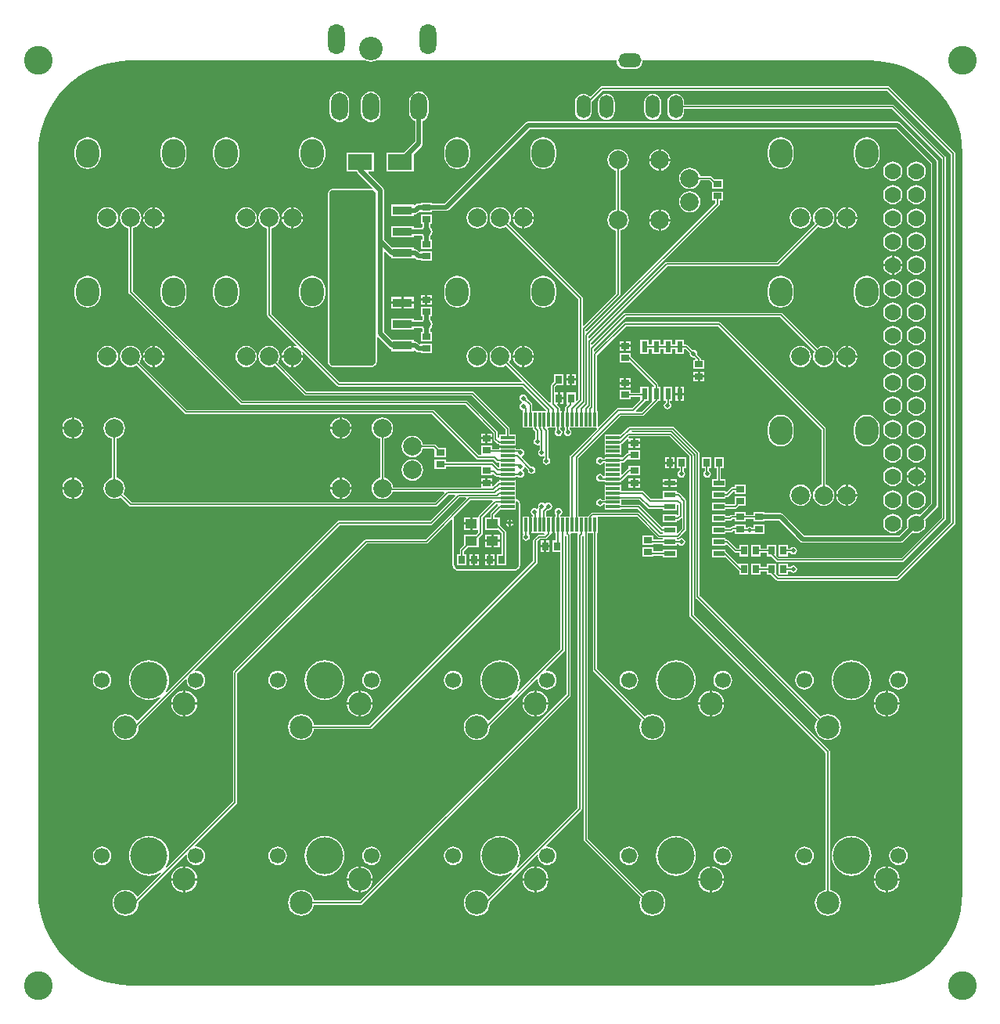
<source format=gtl>
G04 Layer_Physical_Order=1*
G04 Layer_Color=11767835*
%FSLAX25Y25*%
%MOIN*%
G70*
G01*
G75*
%ADD10R,0.02284X0.04646*%
%ADD11R,0.03543X0.02756*%
%ADD12R,0.08465X0.03740*%
%ADD13R,0.08465X0.12795*%
%ADD14R,0.02756X0.03543*%
%ADD15R,0.05118X0.04134*%
%ADD16R,0.01181X0.05906*%
%ADD17R,0.05906X0.01181*%
%ADD18R,0.04646X0.02284*%
%ADD19R,0.10433X0.06890*%
%ADD20C,0.00591*%
%ADD21C,0.01969*%
%ADD22C,0.07000*%
%ADD23C,0.07874*%
%ADD24O,0.09843X0.12205*%
%ADD25C,0.15748*%
%ADD26C,0.09843*%
%ADD27C,0.06693*%
%ADD28O,0.07087X0.12992*%
%ADD29C,0.10022*%
%ADD30O,0.07087X0.11811*%
%ADD31O,0.05906X0.09843*%
%ADD32O,0.09843X0.05906*%
%ADD33C,0.12205*%
%ADD34C,0.01969*%
%ADD35C,0.02362*%
%ADD36C,0.03937*%
G36*
X771580Y806944D02*
X775407Y806377D01*
X779159Y805437D01*
X782801Y804134D01*
X786298Y802480D01*
X789616Y800491D01*
X792723Y798187D01*
X795589Y795589D01*
X798187Y792723D01*
X800491Y789616D01*
X802480Y786298D01*
X804134Y782801D01*
X805437Y779159D01*
X806377Y775407D01*
X806944Y771580D01*
X807132Y767764D01*
X807087Y767717D01*
X807087D01*
X807134Y452756D01*
X806944Y448892D01*
X806377Y445066D01*
X805437Y441314D01*
X804134Y437672D01*
X802480Y434175D01*
X800491Y430857D01*
X798187Y427750D01*
X795589Y424884D01*
X792723Y422286D01*
X789616Y419982D01*
X786298Y417993D01*
X782801Y416339D01*
X779159Y415036D01*
X775407Y414096D01*
X771580Y413528D01*
X768217Y413363D01*
X767717Y413386D01*
Y413386D01*
X452756Y413339D01*
X452756D01*
X448892Y413528D01*
X445066Y414096D01*
X441314Y415036D01*
X437672Y416339D01*
X434175Y417993D01*
X430857Y419982D01*
X427750Y422286D01*
X424884Y424884D01*
X422286Y427750D01*
X419981Y430857D01*
X417993Y434175D01*
X416339Y437672D01*
X415036Y441314D01*
X414096Y445066D01*
X413528Y448892D01*
X413341Y452709D01*
X413386Y452756D01*
X413386D01*
X413339Y767717D01*
X413528Y771580D01*
X414096Y775407D01*
X415036Y779159D01*
X416339Y782801D01*
X417993Y786298D01*
X419981Y789616D01*
X422286Y792723D01*
X424884Y795589D01*
X427750Y798187D01*
X430857Y800491D01*
X434175Y802480D01*
X437672Y804134D01*
X441314Y805437D01*
X445066Y806377D01*
X448892Y806944D01*
X452256Y807110D01*
X452756Y807087D01*
Y807087D01*
X552800Y807102D01*
X553656Y806747D01*
X555118Y806555D01*
X556580Y806747D01*
X557438Y807102D01*
X659785Y807118D01*
X659812Y807087D01*
X659934Y806162D01*
X660291Y805300D01*
X660859Y804560D01*
X661599Y803992D01*
X662461Y803634D01*
X663386Y803513D01*
X667323D01*
X668248Y803634D01*
X669110Y803992D01*
X669850Y804560D01*
X670418Y805300D01*
X670775Y806162D01*
X670897Y807087D01*
X670926Y807120D01*
X767717Y807134D01*
X771580Y806944D01*
D02*
G37*
%LPC*%
G36*
X666823Y626862D02*
X664961D01*
Y625394D01*
X666823D01*
Y626862D01*
D02*
G37*
G36*
X758374Y626548D02*
Y622547D01*
X762375D01*
X762285Y623229D01*
X761829Y624331D01*
X761103Y625276D01*
X760157Y626002D01*
X759056Y626458D01*
X758374Y626548D01*
D02*
G37*
G36*
X681941Y626705D02*
X679528D01*
Y625472D01*
X681941D01*
Y626705D01*
D02*
G37*
G36*
X669685Y626862D02*
X667823D01*
Y625394D01*
X669685D01*
Y626862D01*
D02*
G37*
G36*
X541823Y624500D02*
X537822D01*
X537912Y623818D01*
X538368Y622717D01*
X539094Y621771D01*
X540039Y621045D01*
X541141Y620589D01*
X541823Y620499D01*
Y624500D01*
D02*
G37*
G36*
X432650Y624500D02*
X428650D01*
Y620499D01*
X429331Y620589D01*
X430433Y621045D01*
X431379Y621771D01*
X432104Y622717D01*
X432561Y623818D01*
X432650Y624500D01*
D02*
G37*
G36*
X757374Y626548D02*
X756692Y626458D01*
X755591Y626002D01*
X754645Y625276D01*
X753919Y624331D01*
X753463Y623229D01*
X753373Y622547D01*
X757374D01*
Y626548D01*
D02*
G37*
G36*
X546824Y624500D02*
X542823D01*
Y620499D01*
X543505Y620589D01*
X544606Y621045D01*
X545552Y621771D01*
X546278Y622717D01*
X546734Y623818D01*
X546824Y624500D01*
D02*
G37*
G36*
X685354Y626705D02*
X682941D01*
Y625472D01*
X685354D01*
Y626705D01*
D02*
G37*
G36*
X714961Y626575D02*
X710236D01*
Y625510D01*
X709252D01*
X709252Y625510D01*
X708964Y625452D01*
X708906Y625441D01*
X708613Y625245D01*
X706799Y623431D01*
X706299Y623638D01*
Y623937D01*
X700472D01*
Y620472D01*
X706299D01*
Y621302D01*
X706850D01*
X707196Y621370D01*
X707489Y621566D01*
X709626Y623703D01*
X710236D01*
Y622638D01*
X714961D01*
Y626575D01*
D02*
G37*
G36*
X542823Y629501D02*
Y625500D01*
X546824D01*
X546734Y626182D01*
X546278Y627283D01*
X545552Y628229D01*
X544606Y628955D01*
X543505Y629411D01*
X542823Y629501D01*
D02*
G37*
G36*
X786980Y629539D02*
X783420D01*
X783495Y628971D01*
X783907Y627976D01*
X784563Y627122D01*
X785417Y626466D01*
X786412Y626054D01*
X786980Y625979D01*
Y629539D01*
D02*
G37*
G36*
X777480Y634165D02*
X776412Y634025D01*
X775417Y633612D01*
X774563Y632957D01*
X773907Y632102D01*
X773495Y631107D01*
X773354Y630039D01*
X773495Y628971D01*
X773907Y627976D01*
X774563Y627122D01*
X775417Y626466D01*
X776412Y626054D01*
X777480Y625913D01*
X778548Y626054D01*
X779543Y626466D01*
X780398Y627122D01*
X781053Y627976D01*
X781466Y628971D01*
X781606Y630039D01*
X781466Y631107D01*
X781053Y632102D01*
X780398Y632957D01*
X779543Y633612D01*
X778548Y634025D01*
X777480Y634165D01*
D02*
G37*
G36*
X427650Y629501D02*
X426968Y629411D01*
X425866Y628955D01*
X424921Y628229D01*
X424195Y627283D01*
X423739Y626182D01*
X423649Y625500D01*
X427650D01*
Y629501D01*
D02*
G37*
G36*
X705315Y638189D02*
X701378D01*
Y633465D01*
X702483D01*
Y628937D01*
X700472D01*
Y625472D01*
X706299D01*
Y628937D01*
X704289D01*
Y633465D01*
X705315D01*
Y638189D01*
D02*
G37*
G36*
X541823Y629501D02*
X541141Y629411D01*
X540039Y628955D01*
X539094Y628229D01*
X538368Y627283D01*
X537912Y626182D01*
X537822Y625500D01*
X541823D01*
Y629501D01*
D02*
G37*
G36*
X428650Y629501D02*
Y625500D01*
X432650D01*
X432561Y626182D01*
X432104Y627283D01*
X431379Y628229D01*
X430433Y628955D01*
X429331Y629411D01*
X428650Y629501D01*
D02*
G37*
G36*
X777480Y614165D02*
X776412Y614025D01*
X775417Y613613D01*
X774563Y612957D01*
X773907Y612102D01*
X773495Y611107D01*
X773354Y610039D01*
X773495Y608972D01*
X773907Y607976D01*
X774563Y607122D01*
X775417Y606466D01*
X776412Y606054D01*
X777480Y605913D01*
X778548Y606054D01*
X779543Y606466D01*
X780398Y607122D01*
X781053Y607976D01*
X781466Y608972D01*
X781606Y610039D01*
X781466Y611107D01*
X781053Y612102D01*
X780398Y612957D01*
X779543Y613613D01*
X778548Y614025D01*
X777480Y614165D01*
D02*
G37*
G36*
X622532Y612992D02*
X619882D01*
Y605905D01*
X619882D01*
X620015Y605665D01*
X620084Y605406D01*
X619776Y604945D01*
X619654Y604331D01*
X619776Y603716D01*
X620124Y603195D01*
X620645Y602847D01*
X621260Y602725D01*
X621874Y602847D01*
X622395Y603195D01*
X622743Y603716D01*
X622865Y604331D01*
X622743Y604945D01*
X622436Y605406D01*
X622505Y605665D01*
X622532Y605713D01*
Y609449D01*
Y612992D01*
D02*
G37*
G36*
X779528Y781133D02*
X779528Y781133D01*
X622047D01*
X621433Y781011D01*
X620912Y780663D01*
X620912Y780663D01*
X586540Y746291D01*
X581102D01*
Y746654D01*
X576378D01*
Y746291D01*
X575394D01*
X575394Y746291D01*
X574881Y746189D01*
X574779Y746169D01*
X574258Y745820D01*
X573827Y745389D01*
X573327Y745596D01*
Y745768D01*
X563681D01*
Y740846D01*
X573327D01*
Y741701D01*
X574016D01*
X574016Y741701D01*
X574528Y741803D01*
X574630Y741824D01*
X575151Y742172D01*
X575878Y742899D01*
X576378Y742717D01*
Y742717D01*
X581102D01*
Y743079D01*
X587205D01*
X587205Y743079D01*
X587717Y743181D01*
X587819Y743202D01*
X588340Y743550D01*
X622712Y777922D01*
X778862D01*
X793670Y763115D01*
Y618500D01*
X789005Y613835D01*
X788548Y614025D01*
X787480Y614165D01*
X786412Y614025D01*
X785417Y613613D01*
X784563Y612957D01*
X783907Y612102D01*
X783495Y611107D01*
X783355Y610039D01*
X783495Y608972D01*
X783684Y608514D01*
X780122Y604952D01*
X739838D01*
X730860Y613931D01*
X730339Y614279D01*
X730237Y614299D01*
X729724Y614401D01*
X729724Y614401D01*
X722835D01*
Y614764D01*
X718110D01*
Y613698D01*
X714961D01*
Y614764D01*
X710236D01*
Y613698D01*
X708858D01*
X708513Y613630D01*
X708220Y613434D01*
X707894Y613108D01*
X706299D01*
Y613937D01*
X700472D01*
Y610472D01*
X706299D01*
Y611302D01*
X708268D01*
X708613Y611370D01*
X708906Y611566D01*
X709232Y611892D01*
X710236D01*
Y610827D01*
X714961D01*
Y611892D01*
X718110D01*
Y610827D01*
X722835D01*
Y611190D01*
X729059D01*
X738038Y602211D01*
X738038Y602211D01*
X738386Y601978D01*
X738559Y601863D01*
X739173Y601741D01*
X739173Y601741D01*
X780787D01*
X780787Y601741D01*
X781300Y601843D01*
X781402Y601863D01*
X781923Y602211D01*
X785955Y606244D01*
X786412Y606054D01*
X787480Y605913D01*
X788548Y606054D01*
X789543Y606466D01*
X790398Y607122D01*
X791053Y607976D01*
X791466Y608972D01*
X791606Y610039D01*
X791466Y611107D01*
X791276Y611564D01*
X796411Y616699D01*
X796411Y616699D01*
X796759Y617220D01*
X796779Y617322D01*
X796881Y617835D01*
X796881Y617835D01*
Y763779D01*
X796881Y763779D01*
X796779Y764292D01*
X796759Y764394D01*
X796411Y764915D01*
X796411Y764915D01*
X780663Y780663D01*
X780142Y781011D01*
X780040Y781031D01*
X779528Y781133D01*
D02*
G37*
G36*
X722835Y609646D02*
X718110D01*
Y608464D01*
X717870Y608332D01*
X717610Y608262D01*
X717150Y608570D01*
X716535Y608692D01*
X715921Y608570D01*
X715461Y608262D01*
X715201Y608332D01*
X714961Y608464D01*
Y609646D01*
X710236D01*
Y608777D01*
X709055D01*
X709055Y608777D01*
X708767Y608720D01*
X708709Y608708D01*
X708417Y608513D01*
X708012Y608108D01*
X706299D01*
Y608937D01*
X700472D01*
Y605472D01*
X706299D01*
Y606301D01*
X708386D01*
X708732Y606370D01*
X709024Y606566D01*
X709429Y606971D01*
X710236D01*
Y605709D01*
X714961D01*
Y605709D01*
X715201Y605842D01*
X715461Y605911D01*
X715921Y605603D01*
X716535Y605481D01*
X717150Y605603D01*
X717610Y605911D01*
X717870Y605842D01*
X718110Y605709D01*
Y605709D01*
X722835D01*
Y609646D01*
D02*
G37*
G36*
X631299Y599894D02*
X629831D01*
Y598032D01*
X631299D01*
Y599894D01*
D02*
G37*
G36*
X628831D02*
X627362D01*
Y598032D01*
X628831D01*
Y599894D01*
D02*
G37*
G36*
X631299Y602756D02*
X629831D01*
Y600894D01*
X631299D01*
Y602756D01*
D02*
G37*
G36*
X628831D02*
X627362D01*
Y600894D01*
X628831D01*
Y602756D01*
D02*
G37*
G36*
X777480Y624165D02*
X776412Y624025D01*
X775417Y623612D01*
X774563Y622957D01*
X773907Y622102D01*
X773495Y621107D01*
X773354Y620039D01*
X773495Y618971D01*
X773907Y617976D01*
X774563Y617122D01*
X775417Y616466D01*
X776412Y616054D01*
X777480Y615913D01*
X778548Y616054D01*
X779543Y616466D01*
X780398Y617122D01*
X781053Y617976D01*
X781466Y618971D01*
X781606Y620039D01*
X781466Y621107D01*
X781053Y622102D01*
X780398Y622957D01*
X779543Y623612D01*
X778548Y624025D01*
X777480Y624165D01*
D02*
G37*
G36*
X630709Y618928D02*
X630094Y618806D01*
X629573Y618458D01*
X629088D01*
X628567Y618806D01*
X627953Y618928D01*
X627338Y618806D01*
X626817Y618458D01*
X626469Y617937D01*
X626347Y617323D01*
X626402Y617049D01*
X626330Y616977D01*
X626134Y616684D01*
X626114Y616580D01*
X625636Y616343D01*
X625567Y616344D01*
X625418Y616444D01*
X624803Y616566D01*
X624189Y616444D01*
X623668Y616096D01*
X623320Y615575D01*
X623198Y614961D01*
X623320Y614346D01*
X623668Y613825D01*
X624097Y613539D01*
Y612992D01*
X623531D01*
Y609449D01*
Y605905D01*
X628799D01*
X629048Y605406D01*
X628920Y605234D01*
X626772D01*
X626426Y605165D01*
X626133Y604969D01*
X624558Y603395D01*
X624362Y603101D01*
X624294Y602756D01*
Y594075D01*
X554429Y524210D01*
X530873D01*
X530803Y524746D01*
X530248Y526087D01*
X529364Y527238D01*
X528213Y528122D01*
X526872Y528677D01*
X525433Y528866D01*
X523994Y528677D01*
X522653Y528122D01*
X521502Y527238D01*
X520618Y526087D01*
X520063Y524746D01*
X519874Y523307D01*
X520063Y521868D01*
X520618Y520527D01*
X521502Y519376D01*
X522653Y518493D01*
X523994Y517937D01*
X525433Y517748D01*
X526872Y517937D01*
X528213Y518493D01*
X529364Y519376D01*
X530248Y520527D01*
X530803Y521868D01*
X530873Y522404D01*
X554803D01*
X555149Y522473D01*
X555442Y522669D01*
X625836Y593062D01*
X625836Y593062D01*
X626031Y593355D01*
X626043Y593412D01*
X626100Y593701D01*
X626100Y593701D01*
Y602382D01*
X627146Y603428D01*
X629528D01*
X629873Y603496D01*
X630166Y603692D01*
X631544Y605070D01*
X631544Y605070D01*
X631740Y605363D01*
X631751Y605420D01*
X631809Y605709D01*
X632233Y605905D01*
X632374D01*
Y609449D01*
Y612992D01*
X629840D01*
Y614980D01*
X630599Y615739D01*
X630709Y615717D01*
X631323Y615839D01*
X631844Y616187D01*
X632192Y616708D01*
X632314Y617323D01*
X632192Y617937D01*
X631844Y618458D01*
X631323Y618806D01*
X630709Y618928D01*
D02*
G37*
G36*
X714961Y621457D02*
X710236D01*
Y618403D01*
X709941Y618108D01*
X706299D01*
Y618937D01*
X700472D01*
Y615472D01*
X706299D01*
Y616301D01*
X710315D01*
X710661Y616370D01*
X710954Y616566D01*
X711907Y617520D01*
X714961D01*
Y621457D01*
D02*
G37*
G36*
X427650Y624500D02*
X423649D01*
X423739Y623818D01*
X424195Y622717D01*
X424921Y621771D01*
X425866Y621045D01*
X426968Y620589D01*
X427650Y620499D01*
Y624500D01*
D02*
G37*
G36*
X560039Y655157D02*
X558857Y655002D01*
X557756Y654545D01*
X556810Y653820D01*
X556085Y652874D01*
X555628Y651772D01*
X555473Y650591D01*
X555628Y649409D01*
X556085Y648307D01*
X556810Y647362D01*
X557756Y646636D01*
X558857Y646179D01*
X559136Y646143D01*
Y629448D01*
X558857Y629411D01*
X557756Y628955D01*
X556810Y628229D01*
X556085Y627283D01*
X555628Y626182D01*
X555473Y625000D01*
X555628Y623818D01*
X556085Y622717D01*
X556810Y621771D01*
X557756Y621045D01*
X558857Y620589D01*
X560039Y620433D01*
X561221Y620589D01*
X562323Y621045D01*
X563269Y621771D01*
X563994Y622717D01*
X564321Y623506D01*
X586143D01*
X586334Y623044D01*
X582303Y619013D01*
X453130D01*
X449650Y622494D01*
X449821Y622717D01*
X450277Y623818D01*
X450433Y625000D01*
X450277Y626182D01*
X449821Y627283D01*
X449095Y628229D01*
X448149Y628955D01*
X447048Y629411D01*
X446769Y629448D01*
Y646143D01*
X447048Y646179D01*
X448149Y646636D01*
X449095Y647362D01*
X449821Y648307D01*
X450277Y649409D01*
X450433Y650591D01*
X450277Y651772D01*
X449821Y652874D01*
X449095Y653820D01*
X448149Y654545D01*
X447048Y655002D01*
X445866Y655157D01*
X444684Y655002D01*
X443583Y654545D01*
X442637Y653820D01*
X441911Y652874D01*
X441455Y651772D01*
X441299Y650591D01*
X441455Y649409D01*
X441911Y648307D01*
X442637Y647362D01*
X443583Y646636D01*
X444684Y646179D01*
X444963Y646143D01*
Y629448D01*
X444684Y629411D01*
X443583Y628955D01*
X442637Y628229D01*
X441911Y627283D01*
X441455Y626182D01*
X441299Y625000D01*
X441455Y623818D01*
X441911Y622717D01*
X442637Y621771D01*
X443583Y621045D01*
X444684Y620589D01*
X445866Y620433D01*
X447048Y620589D01*
X448149Y621045D01*
X448373Y621216D01*
X452117Y617472D01*
X452410Y617276D01*
X452756Y617207D01*
X582677D01*
X583023Y617276D01*
X583316Y617472D01*
X588169Y622325D01*
X590867D01*
X591058Y621863D01*
X580335Y611139D01*
X541339D01*
X540993Y611071D01*
X540700Y610875D01*
X540700Y610875D01*
X468084Y538259D01*
X467702Y538582D01*
X468488Y540052D01*
X468972Y541648D01*
X469135Y543307D01*
X468972Y544966D01*
X468488Y546562D01*
X467702Y548033D01*
X466644Y549321D01*
X465355Y550379D01*
X463885Y551165D01*
X462289Y551649D01*
X460630Y551813D01*
X458971Y551649D01*
X457375Y551165D01*
X455904Y550379D01*
X454616Y549321D01*
X453558Y548033D01*
X452772Y546562D01*
X452288Y544966D01*
X452124Y543307D01*
X452288Y541648D01*
X452772Y540052D01*
X453558Y538582D01*
X454616Y537293D01*
X455904Y536235D01*
X457375Y535449D01*
X458971Y534965D01*
X460630Y534802D01*
X462289Y534965D01*
X463885Y535449D01*
X465355Y536235D01*
X465679Y535853D01*
X455920Y526095D01*
X455340Y526222D01*
X454561Y527238D01*
X453410Y528122D01*
X452069Y528677D01*
X450630Y528866D01*
X449191Y528677D01*
X447850Y528122D01*
X446699Y527238D01*
X445815Y526087D01*
X445260Y524746D01*
X445071Y523307D01*
X445260Y521868D01*
X445815Y520527D01*
X446699Y519376D01*
X447850Y518493D01*
X449191Y517937D01*
X450630Y517748D01*
X452069Y517937D01*
X453410Y518493D01*
X454561Y519376D01*
X455444Y520527D01*
X456000Y521868D01*
X456189Y523307D01*
X456131Y523751D01*
X476226Y543846D01*
X476699Y543612D01*
X476659Y543307D01*
X476794Y542279D01*
X477191Y541322D01*
X477822Y540499D01*
X478644Y539868D01*
X479602Y539471D01*
X480630Y539336D01*
X481658Y539471D01*
X482615Y539868D01*
X483438Y540499D01*
X484069Y541322D01*
X484466Y542279D01*
X484601Y543307D01*
X484466Y544335D01*
X484069Y545293D01*
X483438Y546115D01*
X482615Y546746D01*
X481658Y547143D01*
X480630Y547278D01*
X480325Y547238D01*
X480091Y547711D01*
X541713Y609333D01*
X580709D01*
X581054Y609402D01*
X581347Y609598D01*
X592894Y621144D01*
X595591D01*
X595783Y620682D01*
X578366Y603265D01*
X553150D01*
X552804Y603197D01*
X552511Y603001D01*
X496605Y547095D01*
X496410Y546802D01*
X496341Y546457D01*
Y491713D01*
X468084Y463455D01*
X467702Y463778D01*
X468488Y465249D01*
X468972Y466845D01*
X469135Y468504D01*
X468972Y470163D01*
X468488Y471759D01*
X467702Y473229D01*
X466644Y474518D01*
X465355Y475576D01*
X463885Y476362D01*
X462289Y476846D01*
X460630Y477009D01*
X458971Y476846D01*
X457375Y476362D01*
X455904Y475576D01*
X454616Y474518D01*
X453558Y473229D01*
X452772Y471759D01*
X452288Y470163D01*
X452124Y468504D01*
X452288Y466845D01*
X452772Y465249D01*
X453558Y463778D01*
X454616Y462490D01*
X455904Y461432D01*
X457375Y460646D01*
X458971Y460162D01*
X460630Y459998D01*
X462289Y460162D01*
X463885Y460646D01*
X465355Y461432D01*
X465678Y461050D01*
X455920Y451292D01*
X455340Y451419D01*
X454561Y452435D01*
X453410Y453319D01*
X452069Y453874D01*
X450630Y454063D01*
X449191Y453874D01*
X447850Y453319D01*
X446699Y452435D01*
X445815Y451284D01*
X445260Y449943D01*
X445071Y448504D01*
X445260Y447065D01*
X445815Y445724D01*
X446699Y444573D01*
X447850Y443689D01*
X449191Y443134D01*
X450630Y442945D01*
X452069Y443134D01*
X453410Y443689D01*
X454561Y444573D01*
X455444Y445724D01*
X456000Y447065D01*
X456189Y448504D01*
X456131Y448948D01*
X476226Y469043D01*
X476699Y468809D01*
X476659Y468504D01*
X476794Y467476D01*
X477191Y466518D01*
X477822Y465696D01*
X478644Y465065D01*
X479602Y464668D01*
X480630Y464533D01*
X481658Y464668D01*
X482615Y465065D01*
X483438Y465696D01*
X484069Y466518D01*
X484466Y467476D01*
X484601Y468504D01*
X484466Y469532D01*
X484069Y470489D01*
X483438Y471312D01*
X482615Y471943D01*
X481658Y472340D01*
X480630Y472475D01*
X480325Y472435D01*
X480091Y472908D01*
X497883Y490700D01*
X498078Y490993D01*
X498147Y491339D01*
Y546083D01*
X553524Y601459D01*
X578740D01*
X579086Y601528D01*
X579379Y601724D01*
X589440Y611785D01*
X589902Y611593D01*
X589873Y592521D01*
X589898Y592460D01*
X589886Y592395D01*
X590038Y591627D01*
X590109Y591521D01*
X590134Y591397D01*
X590569Y590745D01*
X590675Y590675D01*
X590745Y590569D01*
X591397Y590134D01*
X591521Y590109D01*
X591627Y590038D01*
X592357Y589893D01*
X592390Y589900D01*
X592419Y589884D01*
X592516Y589913D01*
X592519Y589912D01*
X616141Y589873D01*
X616202Y589899D01*
X616266Y589886D01*
X617034Y590038D01*
X617140Y590109D01*
X617265Y590134D01*
X617916Y590569D01*
X617987Y590675D01*
X618092Y590745D01*
X618528Y591397D01*
X618552Y591521D01*
X618623Y591627D01*
X618768Y592357D01*
X618762Y592390D01*
X618777Y592419D01*
X618748Y592516D01*
X618749Y592519D01*
X618788Y618109D01*
X618763Y618170D01*
X618776Y618235D01*
X618623Y619003D01*
X618552Y619109D01*
X618528Y619233D01*
X618092Y619885D01*
X617987Y619955D01*
X617916Y620061D01*
X617784Y620149D01*
X617689Y620168D01*
X617615Y620229D01*
X617458Y620214D01*
X617304Y620245D01*
X616966Y620548D01*
X616929Y620599D01*
Y621850D01*
Y623819D01*
Y625787D01*
Y627756D01*
Y628437D01*
X613386D01*
X609842D01*
Y628150D01*
Y627872D01*
X609646D01*
X609300Y627803D01*
X609007Y627607D01*
X607193Y625793D01*
X606693Y626000D01*
Y626862D01*
X604331D01*
X601968D01*
Y625813D01*
X601968Y625394D01*
X601502Y625313D01*
X564565D01*
X564450Y626182D01*
X563994Y627283D01*
X563269Y628229D01*
X562323Y628955D01*
X561221Y629411D01*
X560943Y629448D01*
Y646143D01*
X561221Y646179D01*
X562323Y646636D01*
X563269Y647362D01*
X563994Y648307D01*
X564450Y649409D01*
X564606Y650591D01*
X564450Y651772D01*
X563994Y652874D01*
X563269Y653820D01*
X562323Y654545D01*
X561221Y655002D01*
X560039Y655157D01*
D02*
G37*
G36*
X738189Y626614D02*
X737007Y626458D01*
X735906Y626002D01*
X734960Y625276D01*
X734234Y624331D01*
X733778Y623229D01*
X733622Y622047D01*
X733778Y620865D01*
X734234Y619764D01*
X734960Y618818D01*
X735906Y618092D01*
X737007Y617636D01*
X738189Y617481D01*
X739371Y617636D01*
X740472Y618092D01*
X741418Y618818D01*
X742144Y619764D01*
X742600Y620865D01*
X742756Y622047D01*
X742600Y623229D01*
X742144Y624331D01*
X741418Y625276D01*
X740472Y626002D01*
X739371Y626458D01*
X738189Y626614D01*
D02*
G37*
G36*
X787480Y624165D02*
X786412Y624025D01*
X785417Y623612D01*
X784563Y622957D01*
X783907Y622102D01*
X783495Y621107D01*
X783355Y620039D01*
X783495Y618971D01*
X783907Y617976D01*
X784563Y617122D01*
X785417Y616466D01*
X786412Y616054D01*
X787480Y615913D01*
X788548Y616054D01*
X789543Y616466D01*
X790398Y617122D01*
X791053Y617976D01*
X791466Y618971D01*
X791606Y620039D01*
X791466Y621107D01*
X791053Y622102D01*
X790398Y622957D01*
X789543Y623612D01*
X788548Y624025D01*
X787480Y624165D01*
D02*
G37*
G36*
X762375Y621547D02*
X758374D01*
Y617546D01*
X759056Y617636D01*
X760157Y618092D01*
X761103Y618818D01*
X761829Y619764D01*
X762285Y620865D01*
X762375Y621547D01*
D02*
G37*
G36*
X757374D02*
X753373D01*
X753463Y620865D01*
X753919Y619764D01*
X754645Y618818D01*
X755591Y618092D01*
X756692Y617636D01*
X757374Y617546D01*
Y621547D01*
D02*
G37*
G36*
X791540Y629539D02*
X787980D01*
Y625979D01*
X788548Y626054D01*
X789543Y626466D01*
X790398Y627122D01*
X791053Y627976D01*
X791466Y628971D01*
X791540Y629539D01*
D02*
G37*
G36*
X729724Y656347D02*
X728286Y656157D01*
X726945Y655602D01*
X725793Y654718D01*
X724910Y653567D01*
X724355Y652226D01*
X724165Y650787D01*
Y648425D01*
X724355Y646986D01*
X724910Y645646D01*
X725793Y644494D01*
X726945Y643611D01*
X728286Y643055D01*
X729724Y642866D01*
X731163Y643055D01*
X732504Y643611D01*
X733656Y644494D01*
X734539Y645646D01*
X735094Y646986D01*
X735284Y648425D01*
Y650787D01*
X735094Y652226D01*
X734539Y653567D01*
X733656Y654718D01*
X732504Y655602D01*
X731163Y656157D01*
X729724Y656347D01*
D02*
G37*
G36*
X669685Y643791D02*
X667823D01*
Y642323D01*
X669685D01*
Y643791D01*
D02*
G37*
G36*
X452756Y744724D02*
X451574Y744568D01*
X450473Y744112D01*
X449527Y743387D01*
X448801Y742441D01*
X448345Y741339D01*
X448189Y740158D01*
X448345Y738976D01*
X448801Y737874D01*
X449527Y736928D01*
X450473Y736203D01*
X451574Y735746D01*
X451853Y735710D01*
Y708661D01*
X451922Y708316D01*
X452117Y708023D01*
X499361Y660779D01*
X499654Y660583D01*
X499712Y660571D01*
X500000Y660514D01*
X500000Y660514D01*
X595295D01*
X607365Y648445D01*
Y646063D01*
X607433Y645717D01*
X607629Y645424D01*
X609007Y644046D01*
X609300Y643851D01*
X609646Y643782D01*
X609842D01*
Y643504D01*
Y643217D01*
X613386D01*
X616929D01*
Y643504D01*
Y645472D01*
Y647835D01*
X614289D01*
Y650394D01*
X614289Y650394D01*
X614232Y650682D01*
X614220Y650739D01*
X614024Y651032D01*
X614024Y651032D01*
X599064Y665993D01*
X598771Y666189D01*
X598425Y666257D01*
X527933D01*
X515595Y678596D01*
X515766Y678819D01*
X516222Y679920D01*
X516378Y681102D01*
X516222Y682284D01*
X515766Y683386D01*
X515040Y684332D01*
X514094Y685057D01*
X512993Y685513D01*
X511811Y685669D01*
X510629Y685513D01*
X509528Y685057D01*
X508582Y684332D01*
X507856Y683386D01*
X507400Y682284D01*
X507244Y681102D01*
X507400Y679920D01*
X507856Y678819D01*
X508582Y677873D01*
X509528Y677147D01*
X510629Y676691D01*
X511811Y676536D01*
X512993Y676691D01*
X514094Y677147D01*
X514317Y677319D01*
X526920Y664716D01*
X527213Y664520D01*
X527559Y664451D01*
X527559Y664451D01*
X598051D01*
X612483Y650020D01*
Y647835D01*
X609842D01*
Y646792D01*
X609342Y646542D01*
X609171Y646671D01*
Y648819D01*
X609102Y649164D01*
X608906Y649458D01*
X596308Y662056D01*
X596015Y662252D01*
X595669Y662321D01*
X500374D01*
X453659Y709035D01*
Y735710D01*
X453938Y735746D01*
X455039Y736203D01*
X455985Y736928D01*
X456711Y737874D01*
X457167Y738976D01*
X457323Y740158D01*
X457167Y741339D01*
X456711Y742441D01*
X455985Y743387D01*
X455039Y744112D01*
X453938Y744568D01*
X452756Y744724D01*
D02*
G37*
G36*
X766339Y656347D02*
X764900Y656157D01*
X763559Y655602D01*
X762407Y654718D01*
X761524Y653567D01*
X760969Y652226D01*
X760779Y650787D01*
Y648425D01*
X760969Y646986D01*
X761524Y645646D01*
X762407Y644494D01*
X763559Y643611D01*
X764900Y643055D01*
X766339Y642866D01*
X767777Y643055D01*
X769118Y643611D01*
X770270Y644494D01*
X771153Y645646D01*
X771708Y646986D01*
X771898Y648425D01*
Y650787D01*
X771708Y652226D01*
X771153Y653567D01*
X770270Y654718D01*
X769118Y655602D01*
X767777Y656157D01*
X766339Y656347D01*
D02*
G37*
G36*
X669685Y641142D02*
X664961D01*
Y640500D01*
X664764Y640076D01*
X664475Y640019D01*
X664418Y640008D01*
X664125Y639812D01*
X664125Y639812D01*
X662311Y637998D01*
X661811Y638205D01*
Y638279D01*
X658268D01*
X654724D01*
Y637714D01*
X653915D01*
X653891Y637749D01*
X653370Y638098D01*
X652756Y638220D01*
X652141Y638098D01*
X651620Y637749D01*
X651272Y637229D01*
X651150Y636614D01*
X651272Y636000D01*
X651620Y635479D01*
X652141Y635131D01*
X652756Y635008D01*
X653370Y635131D01*
X653891Y635479D01*
X654178Y635908D01*
X654724D01*
Y635630D01*
Y633661D01*
Y631693D01*
Y630247D01*
X654250Y630144D01*
X654236Y630147D01*
X653891Y630663D01*
X653370Y631011D01*
X652756Y631133D01*
X652141Y631011D01*
X651620Y630663D01*
X651272Y630142D01*
X651150Y629528D01*
X651272Y628913D01*
X651620Y628392D01*
X652141Y628044D01*
X652756Y627922D01*
X653333Y628037D01*
X653346Y628034D01*
X654724D01*
Y627756D01*
Y627468D01*
X658268D01*
X661811D01*
Y627756D01*
Y628073D01*
X661960Y628103D01*
X662253Y628298D01*
X664496Y630542D01*
X664961Y630512D01*
Y630512D01*
X664961Y630512D01*
X669685D01*
Y634449D01*
X664961D01*
Y633344D01*
X664812Y633315D01*
X664519Y633119D01*
X662273Y630873D01*
X661811Y631064D01*
Y631693D01*
Y633661D01*
Y635630D01*
Y635908D01*
X662402D01*
X662747Y635977D01*
X663040Y636172D01*
X664499Y637631D01*
X664961Y637439D01*
Y637205D01*
X669685D01*
Y641142D01*
D02*
G37*
G36*
X684449Y638189D02*
X682980D01*
Y636327D01*
X684449D01*
Y638189D01*
D02*
G37*
G36*
X666823Y643791D02*
X664961D01*
Y642323D01*
X666823D01*
Y643791D01*
D02*
G37*
G36*
X572835Y647362D02*
X571653Y647206D01*
X570551Y646750D01*
X569606Y646024D01*
X568880Y645079D01*
X568424Y643977D01*
X568268Y642795D01*
X568424Y641613D01*
X568880Y640512D01*
X569606Y639566D01*
X570551Y638840D01*
X571653Y638384D01*
X572835Y638229D01*
X574017Y638384D01*
X575118Y638840D01*
X576064Y639566D01*
X576790Y640512D01*
X577246Y641613D01*
X577282Y641892D01*
X581831D01*
X582283Y641439D01*
Y638386D01*
X587008D01*
Y642323D01*
X583954D01*
X582843Y643434D01*
X582550Y643630D01*
X582205Y643698D01*
X577282D01*
X577246Y643977D01*
X576790Y645079D01*
X576064Y646024D01*
X575118Y646750D01*
X574017Y647206D01*
X572835Y647362D01*
D02*
G37*
G36*
X603831Y645760D02*
X601968D01*
Y644291D01*
X603831D01*
Y645760D01*
D02*
G37*
G36*
X432650Y650091D02*
X428650D01*
Y646090D01*
X429331Y646179D01*
X430433Y646636D01*
X431379Y647362D01*
X432104Y648307D01*
X432561Y649409D01*
X432650Y650091D01*
D02*
G37*
G36*
X427650D02*
X423649D01*
X423739Y649409D01*
X424195Y648307D01*
X424921Y647362D01*
X425866Y646636D01*
X426968Y646179D01*
X427650Y646090D01*
Y650091D01*
D02*
G37*
G36*
X546824Y650091D02*
X542823D01*
Y646090D01*
X543505Y646179D01*
X544606Y646636D01*
X545552Y647362D01*
X546278Y648307D01*
X546734Y649409D01*
X546824Y650091D01*
D02*
G37*
G36*
X541823D02*
X537822D01*
X537912Y649409D01*
X538368Y648307D01*
X539094Y647362D01*
X540039Y646636D01*
X541141Y646179D01*
X541823Y646090D01*
Y650091D01*
D02*
G37*
G36*
X667823Y646260D02*
Y644791D01*
X669685D01*
Y646260D01*
X667823D01*
D02*
G37*
G36*
X606693Y645760D02*
X604831D01*
Y644291D01*
X606693D01*
Y645760D01*
D02*
G37*
G36*
X787480Y654165D02*
X786412Y654025D01*
X785417Y653613D01*
X784563Y652957D01*
X783907Y652102D01*
X783495Y651107D01*
X783355Y650039D01*
X783495Y648972D01*
X783907Y647976D01*
X784563Y647122D01*
X785417Y646466D01*
X786412Y646054D01*
X787480Y645914D01*
X788548Y646054D01*
X789543Y646466D01*
X790398Y647122D01*
X791053Y647976D01*
X791466Y648972D01*
X791606Y650039D01*
X791466Y651107D01*
X791053Y652102D01*
X790398Y652957D01*
X789543Y653613D01*
X788548Y654025D01*
X787480Y654165D01*
D02*
G37*
G36*
X777480D02*
X776412Y654025D01*
X775417Y653613D01*
X774563Y652957D01*
X773907Y652102D01*
X773495Y651107D01*
X773354Y650039D01*
X773495Y648972D01*
X773907Y647976D01*
X774563Y647122D01*
X775417Y646466D01*
X776412Y646054D01*
X777480Y645914D01*
X778548Y646054D01*
X779543Y646466D01*
X780398Y647122D01*
X781053Y647976D01*
X781466Y648972D01*
X781606Y650039D01*
X781466Y651107D01*
X781053Y652102D01*
X780398Y652957D01*
X779543Y653613D01*
X778548Y654025D01*
X777480Y654165D01*
D02*
G37*
G36*
X669685Y629331D02*
X667823D01*
Y627862D01*
X669685D01*
Y629331D01*
D02*
G37*
G36*
X666823D02*
X664961D01*
Y627862D01*
X666823D01*
Y629331D01*
D02*
G37*
G36*
X689567Y638189D02*
X685630D01*
Y633465D01*
X686695D01*
Y632524D01*
X686266Y632238D01*
X685918Y631717D01*
X685796Y631102D01*
X685918Y630488D01*
X686266Y629967D01*
X686787Y629619D01*
X687402Y629497D01*
X688016Y629619D01*
X688537Y629967D01*
X688885Y630488D01*
X689007Y631102D01*
X688885Y631717D01*
X688537Y632238D01*
X688502Y632261D01*
Y633465D01*
X689567D01*
Y638189D01*
D02*
G37*
G36*
X572835Y637362D02*
X571653Y637206D01*
X570551Y636750D01*
X569606Y636024D01*
X568880Y635079D01*
X568424Y633977D01*
X568268Y632795D01*
X568424Y631613D01*
X568880Y630512D01*
X569606Y629566D01*
X570551Y628840D01*
X571653Y628384D01*
X572835Y628229D01*
X574017Y628384D01*
X575118Y628840D01*
X576064Y629566D01*
X576790Y630512D01*
X577246Y631613D01*
X577401Y632795D01*
X577246Y633977D01*
X576790Y635079D01*
X576064Y636024D01*
X575118Y636750D01*
X574017Y637206D01*
X572835Y637362D01*
D02*
G37*
G36*
X685354Y628937D02*
X682941D01*
Y627705D01*
X685354D01*
Y628937D01*
D02*
G37*
G36*
X681941D02*
X679528D01*
Y627705D01*
X681941D01*
Y628937D01*
D02*
G37*
G36*
X606693Y629331D02*
X604831D01*
Y627862D01*
X606693D01*
Y629331D01*
D02*
G37*
G36*
X603831D02*
X601968D01*
Y627862D01*
X603831D01*
Y629331D01*
D02*
G37*
G36*
X700197Y638189D02*
X696260D01*
Y633465D01*
X697325D01*
Y632261D01*
X697290Y632238D01*
X696942Y631717D01*
X696819Y631102D01*
X696942Y630488D01*
X697290Y629967D01*
X697811Y629619D01*
X698425Y629497D01*
X699040Y629619D01*
X699561Y629967D01*
X699909Y630488D01*
X700031Y631102D01*
X699909Y631717D01*
X699561Y632238D01*
X699131Y632524D01*
Y633465D01*
X700197D01*
Y638189D01*
D02*
G37*
G36*
X777480Y644165D02*
X776412Y644025D01*
X775417Y643612D01*
X774563Y642957D01*
X773907Y642102D01*
X773495Y641107D01*
X773354Y640039D01*
X773495Y638972D01*
X773907Y637976D01*
X774563Y637122D01*
X775417Y636466D01*
X776412Y636054D01*
X777480Y635914D01*
X778548Y636054D01*
X779543Y636466D01*
X780398Y637122D01*
X781053Y637976D01*
X781466Y638972D01*
X781606Y640039D01*
X781466Y641107D01*
X781053Y642102D01*
X780398Y642957D01*
X779543Y643612D01*
X778548Y644025D01*
X777480Y644165D01*
D02*
G37*
G36*
X452756Y685669D02*
X451574Y685513D01*
X450473Y685057D01*
X449527Y684332D01*
X448801Y683386D01*
X448345Y682284D01*
X448189Y681102D01*
X448345Y679920D01*
X448801Y678819D01*
X449527Y677873D01*
X450473Y677147D01*
X451574Y676691D01*
X452756Y676536D01*
X453938Y676691D01*
X455039Y677147D01*
X455262Y677319D01*
X475739Y656842D01*
X476032Y656646D01*
X476378Y656577D01*
X581122D01*
X589125Y648574D01*
X600149Y637550D01*
X600442Y637355D01*
X600787Y637286D01*
X607500D01*
X608613Y636172D01*
X608613Y636172D01*
X608906Y635977D01*
X609252Y635908D01*
X609842D01*
Y635630D01*
Y634268D01*
X609342Y634061D01*
X607528Y635875D01*
X607235Y636071D01*
X606890Y636139D01*
X587008D01*
Y637205D01*
X582283D01*
Y633268D01*
X587008D01*
Y634333D01*
X601968D01*
Y630512D01*
X606693D01*
Y631171D01*
X607193Y631294D01*
X608220Y630267D01*
X608513Y630071D01*
X608858Y630002D01*
X609842D01*
Y629724D01*
Y629437D01*
X613386D01*
X616929D01*
Y629724D01*
Y630002D01*
X617739D01*
X617762Y629967D01*
X618283Y629619D01*
X618898Y629497D01*
X619512Y629619D01*
X620033Y629967D01*
X620381Y630488D01*
X620503Y631102D01*
X620381Y631717D01*
X620033Y632238D01*
X619825Y632376D01*
Y632978D01*
X620033Y633117D01*
X620381Y633638D01*
X620430Y633885D01*
X620973Y634049D01*
X622071Y632951D01*
X622016Y632677D01*
X622139Y632063D01*
X622487Y631542D01*
X623008Y631194D01*
X623622Y631072D01*
X624236Y631194D01*
X624757Y631542D01*
X625105Y632063D01*
X625228Y632677D01*
X625105Y633292D01*
X624757Y633813D01*
X624236Y634161D01*
X623622Y634283D01*
X623348Y634228D01*
X619370Y638206D01*
X619431Y638408D01*
X619570Y638713D01*
X620033Y639022D01*
X620381Y639543D01*
X620503Y640158D01*
X620381Y640772D01*
X620033Y641293D01*
X619512Y641641D01*
X618898Y641763D01*
X618321Y641648D01*
X618307Y641651D01*
X616929D01*
Y642216D01*
X613386D01*
X609842D01*
Y641651D01*
X606693D01*
Y643110D01*
X601968D01*
Y639173D01*
X601502Y639092D01*
X601161D01*
X590402Y649851D01*
X582135Y658119D01*
X581842Y658315D01*
X581496Y658384D01*
X476752D01*
X456540Y678596D01*
X456711Y678819D01*
X457167Y679920D01*
X457323Y681102D01*
X457167Y682284D01*
X456711Y683386D01*
X455985Y684332D01*
X455039Y685057D01*
X453938Y685513D01*
X452756Y685669D01*
D02*
G37*
G36*
X681980Y638189D02*
X680512D01*
Y636327D01*
X681980D01*
Y638189D01*
D02*
G37*
G36*
X787480Y644165D02*
X786412Y644025D01*
X785417Y643612D01*
X784563Y642957D01*
X783907Y642102D01*
X783495Y641107D01*
X783355Y640039D01*
X783495Y638972D01*
X783907Y637976D01*
X784563Y637122D01*
X785417Y636466D01*
X786412Y636054D01*
X787480Y635914D01*
X788548Y636054D01*
X789543Y636466D01*
X790398Y637122D01*
X791053Y637976D01*
X791466Y638972D01*
X791606Y640039D01*
X791466Y641107D01*
X791053Y642102D01*
X790398Y642957D01*
X789543Y643612D01*
X788548Y644025D01*
X787480Y644165D01*
D02*
G37*
G36*
X787980Y634099D02*
Y630539D01*
X791540D01*
X791466Y631107D01*
X791053Y632102D01*
X790398Y632957D01*
X789543Y633612D01*
X788548Y634025D01*
X787980Y634099D01*
D02*
G37*
G36*
X786980D02*
X786412Y634025D01*
X785417Y633612D01*
X784563Y632957D01*
X783907Y632102D01*
X783495Y631107D01*
X783420Y630539D01*
X786980D01*
Y634099D01*
D02*
G37*
G36*
X684449Y635327D02*
X682980D01*
Y633465D01*
X684449D01*
Y635327D01*
D02*
G37*
G36*
X681980D02*
X680512D01*
Y633465D01*
X681980D01*
Y635327D01*
D02*
G37*
G36*
X732874Y600787D02*
X728937D01*
Y596063D01*
X732874D01*
Y597522D01*
X733749D01*
X733904Y597290D01*
X734425Y596942D01*
X735039Y596819D01*
X735654Y596942D01*
X736175Y597290D01*
X736523Y597811D01*
X736645Y598425D01*
X736523Y599040D01*
X736175Y599561D01*
X735654Y599909D01*
X735039Y600031D01*
X734425Y599909D01*
X733904Y599561D01*
X733749Y599328D01*
X732874D01*
Y600787D01*
D02*
G37*
G36*
X759842Y477009D02*
X758183Y476846D01*
X756588Y476362D01*
X755117Y475576D01*
X753828Y474518D01*
X752770Y473229D01*
X751984Y471759D01*
X751500Y470163D01*
X751337Y468504D01*
X751500Y466845D01*
X751984Y465249D01*
X752770Y463778D01*
X753828Y462490D01*
X755117Y461432D01*
X756588Y460646D01*
X758183Y460162D01*
X759842Y459998D01*
X761502Y460162D01*
X763097Y460646D01*
X764568Y461432D01*
X765857Y462490D01*
X766915Y463778D01*
X767701Y465249D01*
X768185Y466845D01*
X768348Y468504D01*
X768185Y470163D01*
X767701Y471759D01*
X766915Y473229D01*
X765857Y474518D01*
X764568Y475576D01*
X763097Y476362D01*
X761502Y476846D01*
X759842Y477009D01*
D02*
G37*
G36*
X685039D02*
X683380Y476846D01*
X681784Y476362D01*
X680314Y475576D01*
X679025Y474518D01*
X677967Y473229D01*
X677181Y471759D01*
X676697Y470163D01*
X676534Y468504D01*
X676697Y466845D01*
X677181Y465249D01*
X677967Y463778D01*
X679025Y462490D01*
X680314Y461432D01*
X681784Y460646D01*
X683380Y460162D01*
X685039Y459998D01*
X686699Y460162D01*
X688294Y460646D01*
X689765Y461432D01*
X691054Y462490D01*
X692111Y463778D01*
X692898Y465249D01*
X693382Y466845D01*
X693545Y468504D01*
X693382Y470163D01*
X692898Y471759D01*
X692111Y473229D01*
X691054Y474518D01*
X689765Y475576D01*
X688294Y476362D01*
X686699Y476846D01*
X685039Y477009D01*
D02*
G37*
G36*
X515433Y472475D02*
X514405Y472340D01*
X513448Y471943D01*
X512625Y471312D01*
X511994Y470489D01*
X511597Y469532D01*
X511462Y468504D01*
X511597Y467476D01*
X511994Y466518D01*
X512625Y465696D01*
X513448Y465065D01*
X514405Y464668D01*
X515433Y464533D01*
X516461Y464668D01*
X517419Y465065D01*
X518241Y465696D01*
X518872Y466518D01*
X519269Y467476D01*
X519404Y468504D01*
X519269Y469532D01*
X518872Y470489D01*
X518241Y471312D01*
X517419Y471943D01*
X516461Y472340D01*
X515433Y472475D01*
D02*
G37*
G36*
X440630D02*
X439602Y472340D01*
X438644Y471943D01*
X437822Y471312D01*
X437191Y470489D01*
X436794Y469532D01*
X436659Y468504D01*
X436794Y467476D01*
X437191Y466518D01*
X437822Y465696D01*
X438644Y465065D01*
X439602Y464668D01*
X440630Y464533D01*
X441658Y464668D01*
X442615Y465065D01*
X443438Y465696D01*
X444069Y466518D01*
X444466Y467476D01*
X444601Y468504D01*
X444466Y469532D01*
X444069Y470489D01*
X443438Y471312D01*
X442615Y471943D01*
X441658Y472340D01*
X440630Y472475D01*
D02*
G37*
G36*
X625736Y463998D02*
Y459004D01*
X630730D01*
X630606Y459943D01*
X630051Y461284D01*
X629167Y462435D01*
X628016Y463318D01*
X626675Y463874D01*
X625736Y463998D01*
D02*
G37*
G36*
X550933D02*
Y459004D01*
X555927D01*
X555803Y459943D01*
X555248Y461284D01*
X554364Y462435D01*
X553213Y463318D01*
X551872Y463874D01*
X550933Y463998D01*
D02*
G37*
G36*
X535433Y477009D02*
X533774Y476846D01*
X532178Y476362D01*
X530708Y475576D01*
X529419Y474518D01*
X528361Y473229D01*
X527575Y471759D01*
X527091Y470163D01*
X526928Y468504D01*
X527091Y466845D01*
X527575Y465249D01*
X528361Y463778D01*
X529419Y462490D01*
X530708Y461432D01*
X532178Y460646D01*
X533774Y460162D01*
X535433Y459998D01*
X537092Y460162D01*
X538688Y460646D01*
X540159Y461432D01*
X541447Y462490D01*
X542505Y463778D01*
X543291Y465249D01*
X543775Y466845D01*
X543939Y468504D01*
X543775Y470163D01*
X543291Y471759D01*
X542505Y473229D01*
X541447Y474518D01*
X540159Y475576D01*
X538688Y476362D01*
X537092Y476846D01*
X535433Y477009D01*
D02*
G37*
G36*
X775343Y463998D02*
Y459004D01*
X780336D01*
X780212Y459943D01*
X779657Y461284D01*
X778774Y462435D01*
X777622Y463318D01*
X776281Y463874D01*
X775343Y463998D01*
D02*
G37*
G36*
X555433Y472475D02*
X554405Y472340D01*
X553448Y471943D01*
X552625Y471312D01*
X551994Y470489D01*
X551597Y469532D01*
X551462Y468504D01*
X551597Y467476D01*
X551994Y466518D01*
X552625Y465696D01*
X553448Y465065D01*
X554405Y464668D01*
X555433Y464533D01*
X556461Y464668D01*
X557419Y465065D01*
X558241Y465696D01*
X558872Y466518D01*
X559269Y467476D01*
X559404Y468504D01*
X559269Y469532D01*
X558872Y470489D01*
X558241Y471312D01*
X557419Y471943D01*
X556461Y472340D01*
X555433Y472475D01*
D02*
G37*
G36*
X683858Y651297D02*
X665354D01*
X665009Y651228D01*
X664716Y651032D01*
X661518Y647835D01*
X654724D01*
Y645472D01*
Y643504D01*
Y641535D01*
Y639567D01*
Y639280D01*
X658268D01*
X661811D01*
Y639567D01*
Y641535D01*
Y643504D01*
Y643821D01*
X661960Y643851D01*
X662253Y644046D01*
X664461Y646254D01*
X664671Y646167D01*
X664671Y646167D01*
X664864Y646087D01*
X664908Y646069D01*
X664943Y646055D01*
X664961Y646047D01*
Y646000D01*
Y645989D01*
X664961Y645848D01*
Y645819D01*
Y645819D01*
Y644791D01*
X666823D01*
Y646260D01*
X665401D01*
X665401D01*
X665373Y646260D01*
X665231Y646260D01*
X665221D01*
X665173D01*
X665166Y646278D01*
X665152Y646312D01*
X665133Y646357D01*
X665053Y646550D01*
Y646550D01*
X664966Y646760D01*
X665335Y647128D01*
X682303D01*
X690829Y638602D01*
Y570866D01*
X690898Y570520D01*
X691094Y570227D01*
X748939Y512382D01*
Y453944D01*
X748404Y453874D01*
X747063Y453319D01*
X745911Y452435D01*
X745028Y451284D01*
X744473Y449943D01*
X744283Y448504D01*
X744473Y447065D01*
X745028Y445724D01*
X745911Y444573D01*
X747063Y443689D01*
X748404Y443134D01*
X749843Y442945D01*
X751281Y443134D01*
X752622Y443689D01*
X753774Y444573D01*
X754657Y445724D01*
X755212Y447065D01*
X755402Y448504D01*
X755212Y449943D01*
X754657Y451284D01*
X753774Y452435D01*
X752622Y453319D01*
X751281Y453874D01*
X750746Y453944D01*
Y512756D01*
X750677Y513101D01*
X750481Y513394D01*
X692635Y571240D01*
Y638976D01*
X692567Y639322D01*
X692371Y639615D01*
X683316Y648670D01*
X683023Y648866D01*
X682677Y648935D01*
X666367D01*
X666100Y649435D01*
X666137Y649490D01*
X683484D01*
X693307Y639668D01*
Y578939D01*
X693376Y578594D01*
X693572Y578301D01*
X745357Y526515D01*
X745028Y526087D01*
X744473Y524746D01*
X744283Y523307D01*
X744473Y521868D01*
X745028Y520527D01*
X745911Y519376D01*
X747063Y518493D01*
X748404Y517937D01*
X749843Y517748D01*
X751281Y517937D01*
X752622Y518493D01*
X753774Y519376D01*
X754657Y520527D01*
X755212Y521868D01*
X755402Y523307D01*
X755212Y524746D01*
X754657Y526087D01*
X753774Y527238D01*
X752622Y528122D01*
X751281Y528677D01*
X749843Y528866D01*
X748404Y528677D01*
X747063Y528122D01*
X746634Y527793D01*
X695113Y579314D01*
Y640042D01*
X695045Y640387D01*
X694849Y640680D01*
X694849Y640680D01*
X684497Y651032D01*
X684204Y651228D01*
X683858Y651297D01*
D02*
G37*
G36*
X779843Y472475D02*
X778815Y472340D01*
X777857Y471943D01*
X777035Y471312D01*
X776404Y470489D01*
X776007Y469532D01*
X775872Y468504D01*
X776007Y467476D01*
X776404Y466518D01*
X777035Y465696D01*
X777857Y465065D01*
X778815Y464668D01*
X779843Y464533D01*
X780870Y464668D01*
X781828Y465065D01*
X782650Y465696D01*
X783282Y466518D01*
X783678Y467476D01*
X783813Y468504D01*
X783678Y469532D01*
X783282Y470489D01*
X782650Y471312D01*
X781828Y471943D01*
X780870Y472340D01*
X779843Y472475D01*
D02*
G37*
G36*
X624736Y532807D02*
X619743D01*
X619866Y531868D01*
X620422Y530527D01*
X621305Y529376D01*
X622457Y528492D01*
X623797Y527937D01*
X624736Y527813D01*
Y532807D01*
D02*
G37*
G36*
X774343D02*
X769349D01*
X769473Y531868D01*
X770028Y530527D01*
X770911Y529376D01*
X772063Y528492D01*
X773404Y527937D01*
X774343Y527813D01*
Y532807D01*
D02*
G37*
G36*
X665039Y472475D02*
X664012Y472340D01*
X663054Y471943D01*
X662231Y471312D01*
X661600Y470489D01*
X661204Y469532D01*
X661068Y468504D01*
X661204Y467476D01*
X661600Y466518D01*
X662231Y465696D01*
X663054Y465065D01*
X664012Y464668D01*
X665039Y464533D01*
X666067Y464668D01*
X667025Y465065D01*
X667847Y465696D01*
X668478Y466518D01*
X668875Y467476D01*
X669010Y468504D01*
X668875Y469532D01*
X668478Y470489D01*
X667847Y471312D01*
X667025Y471943D01*
X666067Y472340D01*
X665039Y472475D01*
D02*
G37*
G36*
X590236D02*
X589209Y472340D01*
X588251Y471943D01*
X587428Y471312D01*
X586797Y470489D01*
X586401Y469532D01*
X586265Y468504D01*
X586401Y467476D01*
X586797Y466518D01*
X587428Y465696D01*
X588251Y465065D01*
X589209Y464668D01*
X590236Y464533D01*
X591264Y464668D01*
X592222Y465065D01*
X593044Y465696D01*
X593675Y466518D01*
X594072Y467476D01*
X594207Y468504D01*
X594072Y469532D01*
X593675Y470489D01*
X593044Y471312D01*
X592222Y471943D01*
X591264Y472340D01*
X590236Y472475D01*
D02*
G37*
G36*
X739843D02*
X738815Y472340D01*
X737857Y471943D01*
X737035Y471312D01*
X736404Y470489D01*
X736007Y469532D01*
X735872Y468504D01*
X736007Y467476D01*
X736404Y466518D01*
X737035Y465696D01*
X737857Y465065D01*
X738815Y464668D01*
X739843Y464533D01*
X740870Y464668D01*
X741828Y465065D01*
X742650Y465696D01*
X743282Y466518D01*
X743678Y467476D01*
X743814Y468504D01*
X743678Y469532D01*
X743282Y470489D01*
X742650Y471312D01*
X741828Y471943D01*
X740870Y472340D01*
X739843Y472475D01*
D02*
G37*
G36*
X705039D02*
X704012Y472340D01*
X703054Y471943D01*
X702232Y471312D01*
X701600Y470489D01*
X701204Y469532D01*
X701068Y468504D01*
X701204Y467476D01*
X701600Y466518D01*
X702232Y465696D01*
X703054Y465065D01*
X704012Y464668D01*
X705039Y464533D01*
X706067Y464668D01*
X707025Y465065D01*
X707847Y465696D01*
X708478Y466518D01*
X708875Y467476D01*
X709010Y468504D01*
X708875Y469532D01*
X708478Y470489D01*
X707847Y471312D01*
X707025Y471943D01*
X706067Y472340D01*
X705039Y472475D01*
D02*
G37*
G36*
X481123Y458004D02*
X476130D01*
Y453010D01*
X477069Y453134D01*
X478410Y453689D01*
X479561Y454573D01*
X480444Y455724D01*
X481000Y457065D01*
X481123Y458004D01*
D02*
G37*
G36*
X475130D02*
X470136D01*
X470260Y457065D01*
X470815Y455724D01*
X471699Y454573D01*
X472850Y453689D01*
X474191Y453134D01*
X475130Y453010D01*
Y458004D01*
D02*
G37*
G36*
X555927D02*
X550933D01*
Y453010D01*
X551872Y453134D01*
X553213Y453689D01*
X554364Y454573D01*
X555248Y455724D01*
X555803Y457065D01*
X555927Y458004D01*
D02*
G37*
G36*
X699539D02*
X694546D01*
X694669Y457065D01*
X695225Y455724D01*
X696108Y454573D01*
X697260Y453689D01*
X698600Y453134D01*
X699539Y453010D01*
Y458004D01*
D02*
G37*
G36*
X624736D02*
X619743D01*
X619866Y457065D01*
X620422Y455724D01*
X621305Y454573D01*
X622457Y453689D01*
X623797Y453134D01*
X624736Y453010D01*
Y458004D01*
D02*
G37*
G36*
X774343D02*
X769349D01*
X769473Y457065D01*
X770028Y455724D01*
X770911Y454573D01*
X772063Y453689D01*
X773404Y453134D01*
X774343Y453010D01*
Y458004D01*
D02*
G37*
G36*
X705533D02*
X700539D01*
Y453010D01*
X701478Y453134D01*
X702819Y453689D01*
X703970Y454573D01*
X704854Y455724D01*
X705409Y457065D01*
X705533Y458004D01*
D02*
G37*
G36*
X549933D02*
X544940D01*
X545063Y457065D01*
X545618Y455724D01*
X546502Y454573D01*
X547653Y453689D01*
X548994Y453134D01*
X549933Y453010D01*
Y458004D01*
D02*
G37*
G36*
X630730D02*
X625736D01*
Y453010D01*
X626675Y453134D01*
X628016Y453689D01*
X629167Y454573D01*
X630051Y455724D01*
X630606Y457065D01*
X630730Y458004D01*
D02*
G37*
G36*
X699539Y463998D02*
X698600Y463874D01*
X697260Y463318D01*
X696108Y462435D01*
X695225Y461284D01*
X694669Y459943D01*
X694546Y459004D01*
X699539D01*
Y463998D01*
D02*
G37*
G36*
X475130D02*
X474191Y463874D01*
X472850Y463318D01*
X471699Y462435D01*
X470815Y461284D01*
X470260Y459943D01*
X470136Y459004D01*
X475130D01*
Y463998D01*
D02*
G37*
G36*
X476130D02*
Y459004D01*
X481123D01*
X481000Y459943D01*
X480444Y461284D01*
X479561Y462435D01*
X478410Y463318D01*
X477069Y463874D01*
X476130Y463998D01*
D02*
G37*
G36*
X700539Y463998D02*
Y459004D01*
X705533D01*
X705409Y459943D01*
X704854Y461284D01*
X703970Y462435D01*
X702819Y463318D01*
X701478Y463874D01*
X700539Y463998D01*
D02*
G37*
G36*
X774343D02*
X773404Y463874D01*
X772063Y463318D01*
X770911Y462435D01*
X770028Y461284D01*
X769473Y459943D01*
X769349Y459004D01*
X774343D01*
Y463998D01*
D02*
G37*
G36*
X780336Y458004D02*
X775343D01*
Y453010D01*
X776281Y453134D01*
X777622Y453689D01*
X778774Y454573D01*
X779657Y455724D01*
X780212Y457065D01*
X780336Y458004D01*
D02*
G37*
G36*
X549933Y463998D02*
X548994Y463874D01*
X547653Y463318D01*
X546502Y462435D01*
X545618Y461284D01*
X545063Y459943D01*
X544940Y459004D01*
X549933D01*
Y463998D01*
D02*
G37*
G36*
X624736D02*
X623797Y463874D01*
X622457Y463318D01*
X621305Y462435D01*
X620422Y461284D01*
X619866Y459943D01*
X619743Y459004D01*
X624736D01*
Y463998D01*
D02*
G37*
G36*
X549933Y532807D02*
X544940D01*
X545063Y531868D01*
X545618Y530527D01*
X546502Y529376D01*
X547653Y528492D01*
X548994Y527937D01*
X549933Y527813D01*
Y532807D01*
D02*
G37*
G36*
X555433Y547278D02*
X554405Y547143D01*
X553448Y546746D01*
X552625Y546115D01*
X551994Y545293D01*
X551597Y544335D01*
X551462Y543307D01*
X551597Y542279D01*
X551994Y541322D01*
X552625Y540499D01*
X553448Y539868D01*
X554405Y539471D01*
X555433Y539336D01*
X556461Y539471D01*
X557419Y539868D01*
X558241Y540499D01*
X558872Y541322D01*
X559269Y542279D01*
X559404Y543307D01*
X559269Y544335D01*
X558872Y545293D01*
X558241Y546115D01*
X557419Y546746D01*
X556461Y547143D01*
X555433Y547278D01*
D02*
G37*
G36*
X515433D02*
X514405Y547143D01*
X513448Y546746D01*
X512625Y546115D01*
X511994Y545293D01*
X511597Y544335D01*
X511462Y543307D01*
X511597Y542279D01*
X511994Y541322D01*
X512625Y540499D01*
X513448Y539868D01*
X514405Y539471D01*
X515433Y539336D01*
X516461Y539471D01*
X517419Y539868D01*
X518241Y540499D01*
X518872Y541322D01*
X519269Y542279D01*
X519404Y543307D01*
X519269Y544335D01*
X518872Y545293D01*
X518241Y546115D01*
X517419Y546746D01*
X516461Y547143D01*
X515433Y547278D01*
D02*
G37*
G36*
X665039D02*
X664012Y547143D01*
X663054Y546746D01*
X662231Y546115D01*
X661600Y545293D01*
X661204Y544335D01*
X661068Y543307D01*
X661204Y542279D01*
X661600Y541322D01*
X662231Y540499D01*
X663054Y539868D01*
X664012Y539471D01*
X665039Y539336D01*
X666067Y539471D01*
X667025Y539868D01*
X667847Y540499D01*
X668478Y541322D01*
X668875Y542279D01*
X669010Y543307D01*
X668875Y544335D01*
X668478Y545293D01*
X667847Y546115D01*
X667025Y546746D01*
X666067Y547143D01*
X665039Y547278D01*
D02*
G37*
G36*
X590236D02*
X589209Y547143D01*
X588251Y546746D01*
X587428Y546115D01*
X586797Y545293D01*
X586401Y544335D01*
X586265Y543307D01*
X586401Y542279D01*
X586797Y541322D01*
X587428Y540499D01*
X588251Y539868D01*
X589209Y539471D01*
X590236Y539336D01*
X591264Y539471D01*
X592222Y539868D01*
X593044Y540499D01*
X593675Y541322D01*
X594072Y542279D01*
X594207Y543307D01*
X594072Y544335D01*
X593675Y545293D01*
X593044Y546115D01*
X592222Y546746D01*
X591264Y547143D01*
X590236Y547278D01*
D02*
G37*
G36*
X685039Y551813D02*
X683380Y551649D01*
X681784Y551165D01*
X680314Y550379D01*
X679025Y549321D01*
X677967Y548033D01*
X677181Y546562D01*
X676697Y544966D01*
X676534Y543307D01*
X676697Y541648D01*
X677181Y540052D01*
X677967Y538582D01*
X679025Y537293D01*
X680314Y536235D01*
X681784Y535449D01*
X683380Y534965D01*
X685039Y534802D01*
X686699Y534965D01*
X688294Y535449D01*
X689765Y536235D01*
X691054Y537293D01*
X692111Y538582D01*
X692898Y540052D01*
X693382Y541648D01*
X693545Y543307D01*
X693382Y544966D01*
X692898Y546562D01*
X692111Y548033D01*
X691054Y549321D01*
X689765Y550379D01*
X688294Y551165D01*
X686699Y551649D01*
X685039Y551813D01*
D02*
G37*
G36*
X535433D02*
X533774Y551649D01*
X532178Y551165D01*
X530708Y550379D01*
X529419Y549321D01*
X528361Y548033D01*
X527575Y546562D01*
X527091Y544966D01*
X526928Y543307D01*
X527091Y541648D01*
X527575Y540052D01*
X528361Y538582D01*
X529419Y537293D01*
X530708Y536235D01*
X532178Y535449D01*
X533774Y534965D01*
X535433Y534802D01*
X537092Y534965D01*
X538688Y535449D01*
X540159Y536235D01*
X541447Y537293D01*
X542505Y538582D01*
X543291Y540052D01*
X543775Y541648D01*
X543939Y543307D01*
X543775Y544966D01*
X543291Y546562D01*
X542505Y548033D01*
X541447Y549321D01*
X540159Y550379D01*
X538688Y551165D01*
X537092Y551649D01*
X535433Y551813D01*
D02*
G37*
G36*
X440630Y547278D02*
X439602Y547143D01*
X438644Y546746D01*
X437822Y546115D01*
X437191Y545293D01*
X436794Y544335D01*
X436659Y543307D01*
X436794Y542279D01*
X437191Y541322D01*
X437822Y540499D01*
X438644Y539868D01*
X439602Y539471D01*
X440630Y539336D01*
X441658Y539471D01*
X442615Y539868D01*
X443438Y540499D01*
X444069Y541322D01*
X444466Y542279D01*
X444601Y543307D01*
X444466Y544335D01*
X444069Y545293D01*
X443438Y546115D01*
X442615Y546746D01*
X441658Y547143D01*
X440630Y547278D01*
D02*
G37*
G36*
X759842Y551813D02*
X758183Y551649D01*
X756588Y551165D01*
X755117Y550379D01*
X753828Y549321D01*
X752770Y548033D01*
X751984Y546562D01*
X751500Y544966D01*
X751337Y543307D01*
X751500Y541648D01*
X751984Y540052D01*
X752770Y538582D01*
X753828Y537293D01*
X755117Y536235D01*
X756588Y535449D01*
X758183Y534965D01*
X759842Y534802D01*
X761502Y534965D01*
X763097Y535449D01*
X764568Y536235D01*
X765857Y537293D01*
X766915Y538582D01*
X767701Y540052D01*
X768185Y541648D01*
X768348Y543307D01*
X768185Y544966D01*
X767701Y546562D01*
X766915Y548033D01*
X765857Y549321D01*
X764568Y550379D01*
X763097Y551165D01*
X761502Y551649D01*
X759842Y551813D01*
D02*
G37*
G36*
X705039Y547278D02*
X704012Y547143D01*
X703054Y546746D01*
X702232Y546115D01*
X701600Y545293D01*
X701204Y544335D01*
X701068Y543307D01*
X701204Y542279D01*
X701600Y541322D01*
X702232Y540499D01*
X703054Y539868D01*
X704012Y539471D01*
X705039Y539336D01*
X706067Y539471D01*
X707025Y539868D01*
X707847Y540499D01*
X708478Y541322D01*
X708875Y542279D01*
X709010Y543307D01*
X708875Y544335D01*
X708478Y545293D01*
X707847Y546115D01*
X707025Y546746D01*
X706067Y547143D01*
X705039Y547278D01*
D02*
G37*
G36*
X685039Y792944D02*
X684114Y792822D01*
X683252Y792465D01*
X682512Y791897D01*
X681944Y791157D01*
X681587Y790295D01*
X681465Y789370D01*
Y785433D01*
X681587Y784508D01*
X681944Y783646D01*
X682512Y782906D01*
X683252Y782338D01*
X684114Y781981D01*
X685039Y781859D01*
X685964Y781981D01*
X686826Y782338D01*
X687567Y782906D01*
X688134Y783646D01*
X688491Y784508D01*
X688613Y785433D01*
Y786498D01*
X777185D01*
X798309Y765374D01*
Y612579D01*
X781122Y595391D01*
X728721D01*
X727756Y596356D01*
Y600787D01*
X723819D01*
Y599328D01*
X721063D01*
Y600787D01*
X717126D01*
Y596063D01*
X721063D01*
Y597522D01*
X723819D01*
Y596063D01*
X725494D01*
X727708Y593850D01*
X728001Y593654D01*
X728346Y593585D01*
X781496D01*
X781842Y593654D01*
X782135Y593850D01*
X799851Y611566D01*
X800047Y611859D01*
X800058Y611916D01*
X800116Y612205D01*
X800116Y612205D01*
Y765748D01*
X800047Y766094D01*
X799851Y766387D01*
X778198Y788040D01*
X777905Y788236D01*
X777559Y788305D01*
X688613D01*
Y789370D01*
X688491Y790295D01*
X688134Y791157D01*
X687567Y791897D01*
X686826Y792465D01*
X685964Y792822D01*
X685039Y792944D01*
D02*
G37*
G36*
X732874Y592913D02*
X728937D01*
Y588189D01*
X732874D01*
Y589648D01*
X733749D01*
X733904Y589416D01*
X734425Y589068D01*
X735039Y588945D01*
X735654Y589068D01*
X736175Y589416D01*
X736523Y589937D01*
X736645Y590551D01*
X736523Y591166D01*
X736175Y591686D01*
X735654Y592035D01*
X735039Y592157D01*
X734425Y592035D01*
X733904Y591686D01*
X733749Y591454D01*
X732874D01*
Y592913D01*
D02*
G37*
G36*
X706299Y603937D02*
X700472D01*
Y600472D01*
X706299D01*
Y600772D01*
X706799Y600979D01*
X709991Y597787D01*
X710284Y597591D01*
X710630Y597522D01*
X712008D01*
Y596063D01*
X715945D01*
Y600787D01*
X712008D01*
Y599328D01*
X711004D01*
X707489Y602843D01*
X707196Y603039D01*
X706850Y603108D01*
X706299D01*
Y603937D01*
D02*
G37*
G36*
X675591Y599803D02*
X670866D01*
Y595866D01*
X675591D01*
Y596302D01*
X679528D01*
Y595472D01*
X685354D01*
Y598937D01*
X679528D01*
Y598108D01*
X675591D01*
Y599803D01*
D02*
G37*
G36*
X779843Y547278D02*
X778815Y547143D01*
X777857Y546746D01*
X777035Y546115D01*
X776404Y545293D01*
X776007Y544335D01*
X775872Y543307D01*
X776007Y542279D01*
X776404Y541322D01*
X777035Y540499D01*
X777857Y539868D01*
X778815Y539471D01*
X779843Y539336D01*
X780870Y539471D01*
X781828Y539868D01*
X782650Y540499D01*
X783282Y541322D01*
X783678Y542279D01*
X783813Y543307D01*
X783678Y544335D01*
X783282Y545293D01*
X782650Y546115D01*
X781828Y546746D01*
X780870Y547143D01*
X779843Y547278D01*
D02*
G37*
G36*
X739843D02*
X738815Y547143D01*
X737857Y546746D01*
X737035Y546115D01*
X736404Y545293D01*
X736007Y544335D01*
X735872Y543307D01*
X736007Y542279D01*
X736404Y541322D01*
X737035Y540499D01*
X737857Y539868D01*
X738815Y539471D01*
X739843Y539336D01*
X740870Y539471D01*
X741828Y539868D01*
X742650Y540499D01*
X743282Y541322D01*
X743678Y542279D01*
X743814Y543307D01*
X743678Y544335D01*
X743282Y545293D01*
X742650Y546115D01*
X741828Y546746D01*
X740870Y547143D01*
X739843Y547278D01*
D02*
G37*
G36*
X706299Y598937D02*
X700472D01*
Y595472D01*
X706299D01*
X706299Y595472D01*
Y595472D01*
X706673Y595199D01*
X711960Y589913D01*
X712008Y589880D01*
Y588189D01*
X715945D01*
Y592913D01*
X712008D01*
X712008Y592913D01*
Y592913D01*
X711539Y592888D01*
X706583Y597843D01*
X706299Y598033D01*
Y598937D01*
D02*
G37*
G36*
X653543Y796179D02*
X653255Y796121D01*
X653198Y796110D01*
X652905Y795914D01*
X652905Y795914D01*
X648765Y791774D01*
X648266Y791807D01*
X648196Y791897D01*
X647456Y792465D01*
X646594Y792822D01*
X645669Y792944D01*
X644744Y792822D01*
X643882Y792465D01*
X643142Y791897D01*
X642574Y791157D01*
X642217Y790295D01*
X642095Y789370D01*
Y785433D01*
X642217Y784508D01*
X642574Y783646D01*
X643142Y782906D01*
X643882Y782338D01*
X644744Y781981D01*
X645669Y781859D01*
X646594Y781981D01*
X647456Y782338D01*
X648196Y782906D01*
X648764Y783646D01*
X649121Y784508D01*
X649243Y785433D01*
Y789370D01*
X649205Y789660D01*
X653917Y794372D01*
X775216D01*
X802246Y767342D01*
Y610610D01*
X779153Y587517D01*
X728721D01*
X727756Y588482D01*
Y592913D01*
X723819D01*
Y591454D01*
X721063D01*
Y592913D01*
X717126D01*
Y588189D01*
X721063D01*
Y589648D01*
X723819D01*
Y588189D01*
X725494D01*
X727708Y585976D01*
X728001Y585780D01*
X728346Y585711D01*
X779528D01*
X779873Y585780D01*
X780166Y585976D01*
X803788Y609598D01*
X803984Y609891D01*
X804053Y610236D01*
Y767717D01*
X803984Y768062D01*
X803788Y768355D01*
X776229Y795914D01*
X775936Y796110D01*
X775591Y796179D01*
X653543D01*
X653543Y796179D01*
D02*
G37*
G36*
X630730Y532807D02*
X625736D01*
Y527814D01*
X626675Y527937D01*
X628016Y528492D01*
X629167Y529376D01*
X630051Y530527D01*
X630606Y531868D01*
X630730Y532807D01*
D02*
G37*
G36*
X555927D02*
X550933D01*
Y527814D01*
X551872Y527937D01*
X553213Y528492D01*
X554364Y529376D01*
X555248Y530527D01*
X555803Y531868D01*
X555927Y532807D01*
D02*
G37*
G36*
X774343Y538801D02*
X773404Y538677D01*
X772063Y538122D01*
X770911Y537238D01*
X770028Y536087D01*
X769473Y534746D01*
X769349Y533807D01*
X774343D01*
Y538801D01*
D02*
G37*
G36*
X780336Y532807D02*
X775343D01*
Y527814D01*
X776281Y527937D01*
X777622Y528492D01*
X778774Y529376D01*
X779657Y530527D01*
X780212Y531868D01*
X780336Y532807D01*
D02*
G37*
G36*
X475130D02*
X470136D01*
X470260Y531868D01*
X470815Y530527D01*
X471699Y529376D01*
X472850Y528492D01*
X474191Y527937D01*
X475130Y527814D01*
Y532807D01*
D02*
G37*
G36*
X705533D02*
X700539D01*
Y527813D01*
X701478Y527937D01*
X702819Y528492D01*
X703970Y529376D01*
X704854Y530527D01*
X705409Y531868D01*
X705533Y532807D01*
D02*
G37*
G36*
X699539D02*
X694546D01*
X694669Y531868D01*
X695225Y530527D01*
X696108Y529376D01*
X697260Y528492D01*
X698600Y527937D01*
X699539Y527814D01*
Y532807D01*
D02*
G37*
G36*
X481123D02*
X476130D01*
Y527814D01*
X477069Y527937D01*
X478410Y528492D01*
X479561Y529376D01*
X480444Y530527D01*
X481000Y531868D01*
X481123Y532807D01*
D02*
G37*
G36*
X624736Y538801D02*
X623797Y538677D01*
X622457Y538122D01*
X621305Y537238D01*
X620422Y536087D01*
X619866Y534746D01*
X619743Y533807D01*
X624736D01*
Y538801D01*
D02*
G37*
G36*
X550933Y538801D02*
Y533807D01*
X555927D01*
X555803Y534746D01*
X555248Y536087D01*
X554364Y537238D01*
X553213Y538122D01*
X551872Y538677D01*
X550933Y538801D01*
D02*
G37*
G36*
X476130D02*
Y533807D01*
X481123D01*
X481000Y534746D01*
X480444Y536087D01*
X479561Y537238D01*
X478410Y538122D01*
X477069Y538677D01*
X476130Y538801D01*
D02*
G37*
G36*
X775343Y538801D02*
Y533807D01*
X780336D01*
X780212Y534746D01*
X779657Y536087D01*
X778774Y537238D01*
X777622Y538122D01*
X776281Y538677D01*
X775343Y538801D01*
D02*
G37*
G36*
X625736Y538801D02*
Y533807D01*
X630730D01*
X630606Y534746D01*
X630051Y536087D01*
X629167Y537238D01*
X628016Y538122D01*
X626675Y538677D01*
X625736Y538801D01*
D02*
G37*
G36*
X475130D02*
X474191Y538677D01*
X472850Y538122D01*
X471699Y537238D01*
X470815Y536087D01*
X470260Y534746D01*
X470136Y533807D01*
X475130D01*
Y538801D01*
D02*
G37*
G36*
X549933Y538801D02*
X548994Y538677D01*
X547653Y538122D01*
X546502Y537238D01*
X545618Y536087D01*
X545063Y534746D01*
X544940Y533807D01*
X549933D01*
Y538801D01*
D02*
G37*
G36*
X700539D02*
Y533807D01*
X705533D01*
X705409Y534746D01*
X704854Y536087D01*
X703970Y537238D01*
X702819Y538122D01*
X701478Y538677D01*
X700539Y538801D01*
D02*
G37*
G36*
X699539Y538801D02*
X698600Y538677D01*
X697260Y538122D01*
X696108Y537238D01*
X695225Y536087D01*
X694669Y534746D01*
X694546Y533807D01*
X699539D01*
Y538801D01*
D02*
G37*
G36*
X442913Y744724D02*
X441732Y744568D01*
X440630Y744112D01*
X439684Y743387D01*
X438959Y742441D01*
X438502Y741339D01*
X438347Y740158D01*
X438502Y738976D01*
X438959Y737874D01*
X439684Y736928D01*
X440630Y736203D01*
X441732Y735746D01*
X442913Y735591D01*
X444095Y735746D01*
X445197Y736203D01*
X446142Y736928D01*
X446868Y737874D01*
X447324Y738976D01*
X447480Y740158D01*
X447324Y741339D01*
X446868Y742441D01*
X446142Y743387D01*
X445197Y744112D01*
X444095Y744568D01*
X442913Y744724D01*
D02*
G37*
G36*
X677650Y738673D02*
X673649D01*
X673739Y737991D01*
X674195Y736890D01*
X674921Y735944D01*
X675866Y735218D01*
X676968Y734762D01*
X677650Y734672D01*
Y738673D01*
D02*
G37*
G36*
X600394Y744724D02*
X599212Y744568D01*
X598110Y744112D01*
X597165Y743387D01*
X596439Y742441D01*
X595983Y741339D01*
X595827Y740158D01*
X595983Y738976D01*
X596439Y737874D01*
X597165Y736928D01*
X598110Y736203D01*
X599212Y735746D01*
X600394Y735591D01*
X601576Y735746D01*
X602677Y736203D01*
X603623Y736928D01*
X604349Y737874D01*
X604805Y738976D01*
X604960Y740158D01*
X604805Y741339D01*
X604349Y742441D01*
X603623Y743387D01*
X602677Y744112D01*
X601576Y744568D01*
X600394Y744724D01*
D02*
G37*
G36*
X501968D02*
X500787Y744568D01*
X499685Y744112D01*
X498739Y743387D01*
X498014Y742441D01*
X497557Y741339D01*
X497402Y740158D01*
X497557Y738976D01*
X498014Y737874D01*
X498739Y736928D01*
X499685Y736203D01*
X500787Y735746D01*
X501968Y735591D01*
X503150Y735746D01*
X504252Y736203D01*
X505198Y736928D01*
X505923Y737874D01*
X506380Y738976D01*
X506535Y740158D01*
X506380Y741339D01*
X505923Y742441D01*
X505198Y743387D01*
X504252Y744112D01*
X503150Y744568D01*
X501968Y744724D01*
D02*
G37*
G36*
X682650Y738673D02*
X678650D01*
Y734672D01*
X679331Y734762D01*
X680433Y735218D01*
X681379Y735944D01*
X682104Y736890D01*
X682561Y737991D01*
X682650Y738673D01*
D02*
G37*
G36*
X777980Y724099D02*
Y720539D01*
X781540D01*
X781466Y721107D01*
X781053Y722102D01*
X780398Y722957D01*
X779543Y723612D01*
X778548Y724025D01*
X777980Y724099D01*
D02*
G37*
G36*
X776980D02*
X776412Y724025D01*
X775417Y723612D01*
X774563Y722957D01*
X773907Y722102D01*
X773495Y721107D01*
X773420Y720539D01*
X776980D01*
Y724099D01*
D02*
G37*
G36*
X787480Y734165D02*
X786412Y734025D01*
X785417Y733612D01*
X784563Y732957D01*
X783907Y732102D01*
X783495Y731107D01*
X783355Y730039D01*
X783495Y728971D01*
X783907Y727976D01*
X784563Y727122D01*
X785417Y726466D01*
X786412Y726054D01*
X787480Y725913D01*
X788548Y726054D01*
X789543Y726466D01*
X790398Y727122D01*
X791053Y727976D01*
X791466Y728971D01*
X791606Y730039D01*
X791466Y731107D01*
X791053Y732102D01*
X790398Y732957D01*
X789543Y733612D01*
X788548Y734025D01*
X787480Y734165D01*
D02*
G37*
G36*
X777480D02*
X776412Y734025D01*
X775417Y733612D01*
X774563Y732957D01*
X773907Y732102D01*
X773495Y731107D01*
X773354Y730039D01*
X773495Y728971D01*
X773907Y727976D01*
X774563Y727122D01*
X775417Y726466D01*
X776412Y726054D01*
X777480Y725913D01*
X778548Y726054D01*
X779543Y726466D01*
X780398Y727122D01*
X781053Y727976D01*
X781466Y728971D01*
X781606Y730039D01*
X781466Y731107D01*
X781053Y732102D01*
X780398Y732957D01*
X779543Y733612D01*
X778548Y734025D01*
X777480Y734165D01*
D02*
G37*
G36*
X624580Y739657D02*
X620579D01*
Y735657D01*
X621261Y735746D01*
X622362Y736203D01*
X623308Y736928D01*
X624034Y737874D01*
X624490Y738976D01*
X624580Y739657D01*
D02*
G37*
G36*
X619579D02*
X615578D01*
X615668Y738976D01*
X616124Y737874D01*
X616850Y736928D01*
X617795Y736203D01*
X618897Y735746D01*
X619579Y735657D01*
Y739657D01*
D02*
G37*
G36*
X762375D02*
X758374D01*
Y735657D01*
X759056Y735746D01*
X760157Y736203D01*
X761103Y736928D01*
X761829Y737874D01*
X762285Y738976D01*
X762375Y739657D01*
D02*
G37*
G36*
X757374D02*
X753373D01*
X753463Y738976D01*
X753919Y737874D01*
X754645Y736928D01*
X755591Y736203D01*
X756692Y735746D01*
X757374Y735657D01*
Y739657D01*
D02*
G37*
G36*
X526154D02*
X522154D01*
Y735657D01*
X522835Y735746D01*
X523937Y736203D01*
X524883Y736928D01*
X525608Y737874D01*
X526065Y738976D01*
X526154Y739657D01*
D02*
G37*
G36*
X462098D02*
X458098D01*
X458187Y738976D01*
X458644Y737874D01*
X459369Y736928D01*
X460315Y736203D01*
X461416Y735746D01*
X462098Y735657D01*
Y739657D01*
D02*
G37*
G36*
X738189Y744724D02*
X737007Y744568D01*
X735906Y744112D01*
X734960Y743387D01*
X734234Y742441D01*
X733778Y741339D01*
X733622Y740158D01*
X733778Y738976D01*
X734234Y737874D01*
X734960Y736928D01*
X735906Y736203D01*
X737007Y735746D01*
X738189Y735591D01*
X739371Y735746D01*
X740472Y736203D01*
X741418Y736928D01*
X742144Y737874D01*
X742600Y738976D01*
X742756Y740158D01*
X742600Y741339D01*
X742144Y742441D01*
X741418Y743387D01*
X740472Y744112D01*
X739371Y744568D01*
X738189Y744724D01*
D02*
G37*
G36*
X521153Y739657D02*
X517153D01*
X517242Y738976D01*
X517699Y737874D01*
X518424Y736928D01*
X519370Y736203D01*
X520472Y735746D01*
X521153Y735657D01*
Y739657D01*
D02*
G37*
G36*
X467099D02*
X463098D01*
Y735657D01*
X463780Y735746D01*
X464882Y736203D01*
X465828Y736928D01*
X466553Y737874D01*
X467009Y738976D01*
X467099Y739657D01*
D02*
G37*
G36*
X766339Y715402D02*
X764900Y715212D01*
X763559Y714657D01*
X762407Y713774D01*
X761524Y712622D01*
X760969Y711281D01*
X760779Y709842D01*
Y707480D01*
X760969Y706041D01*
X761524Y704701D01*
X762407Y703549D01*
X763559Y702666D01*
X764900Y702110D01*
X766339Y701921D01*
X767777Y702110D01*
X769118Y702666D01*
X770270Y703549D01*
X771153Y704701D01*
X771708Y706041D01*
X771898Y707480D01*
Y709842D01*
X771708Y711281D01*
X771153Y712622D01*
X770270Y713774D01*
X769118Y714657D01*
X767777Y715212D01*
X766339Y715402D01*
D02*
G37*
G36*
X729724D02*
X728286Y715212D01*
X726945Y714657D01*
X725793Y713774D01*
X724910Y712622D01*
X724355Y711281D01*
X724165Y709842D01*
Y707480D01*
X724355Y706041D01*
X724910Y704701D01*
X725793Y703549D01*
X726945Y702666D01*
X728286Y702110D01*
X729724Y701921D01*
X731163Y702110D01*
X732504Y702666D01*
X733656Y703549D01*
X734539Y704701D01*
X735094Y706041D01*
X735284Y707480D01*
Y709842D01*
X735094Y711281D01*
X734539Y712622D01*
X733656Y713774D01*
X732504Y714657D01*
X731163Y715212D01*
X729724Y715402D01*
D02*
G37*
G36*
X581102Y704815D02*
X579240D01*
Y703346D01*
X581102D01*
Y704815D01*
D02*
G37*
G36*
X578240D02*
X576378D01*
Y703346D01*
X578240D01*
Y704815D01*
D02*
G37*
G36*
X628543Y715402D02*
X627104Y715212D01*
X625764Y714657D01*
X624612Y713774D01*
X623729Y712622D01*
X623173Y711281D01*
X622984Y709842D01*
Y707480D01*
X623173Y706041D01*
X623729Y704701D01*
X624612Y703549D01*
X625764Y702666D01*
X627104Y702110D01*
X628543Y701921D01*
X629982Y702110D01*
X631323Y702666D01*
X632474Y703549D01*
X633358Y704701D01*
X633913Y706041D01*
X634103Y707480D01*
Y709842D01*
X633913Y711281D01*
X633358Y712622D01*
X632474Y713774D01*
X631323Y714657D01*
X629982Y715212D01*
X628543Y715402D01*
D02*
G37*
G36*
X493504D02*
X492065Y715212D01*
X490724Y714657D01*
X489573Y713774D01*
X488689Y712622D01*
X488134Y711281D01*
X487945Y709842D01*
Y707480D01*
X488134Y706041D01*
X488689Y704701D01*
X489573Y703549D01*
X490724Y702666D01*
X492065Y702110D01*
X493504Y701921D01*
X494943Y702110D01*
X496284Y702666D01*
X497435Y703549D01*
X498318Y704701D01*
X498874Y706041D01*
X499063Y707480D01*
Y709842D01*
X498874Y711281D01*
X498318Y712622D01*
X497435Y713774D01*
X496284Y714657D01*
X494943Y715212D01*
X493504Y715402D01*
D02*
G37*
G36*
X471063D02*
X469624Y715212D01*
X468283Y714657D01*
X467132Y713774D01*
X466248Y712622D01*
X465693Y711281D01*
X465504Y709842D01*
Y707480D01*
X465693Y706041D01*
X466248Y704701D01*
X467132Y703549D01*
X468283Y702666D01*
X469624Y702110D01*
X471063Y701921D01*
X472502Y702110D01*
X473843Y702666D01*
X474994Y703549D01*
X475878Y704701D01*
X476433Y706041D01*
X476622Y707480D01*
Y709842D01*
X476433Y711281D01*
X475878Y712622D01*
X474994Y713774D01*
X473843Y714657D01*
X472502Y715212D01*
X471063Y715402D01*
D02*
G37*
G36*
X591929D02*
X590490Y715212D01*
X589149Y714657D01*
X587998Y713774D01*
X587115Y712622D01*
X586559Y711281D01*
X586370Y709842D01*
Y707480D01*
X586559Y706041D01*
X587115Y704701D01*
X587998Y703549D01*
X589149Y702666D01*
X590490Y702110D01*
X591929Y701921D01*
X593368Y702110D01*
X594709Y702666D01*
X595860Y703549D01*
X596744Y704701D01*
X597299Y706041D01*
X597488Y707480D01*
Y709842D01*
X597299Y711281D01*
X596744Y712622D01*
X595860Y713774D01*
X594709Y714657D01*
X593368Y715212D01*
X591929Y715402D01*
D02*
G37*
G36*
X530118D02*
X528679Y715212D01*
X527338Y714657D01*
X526187Y713774D01*
X525304Y712622D01*
X524748Y711281D01*
X524559Y709842D01*
Y707480D01*
X524748Y706041D01*
X525304Y704701D01*
X526187Y703549D01*
X527338Y702666D01*
X528679Y702110D01*
X530118Y701921D01*
X531557Y702110D01*
X532898Y702666D01*
X534049Y703549D01*
X534933Y704701D01*
X535488Y706041D01*
X535677Y707480D01*
Y709842D01*
X535488Y711281D01*
X534933Y712622D01*
X534049Y713774D01*
X532898Y714657D01*
X531557Y715212D01*
X530118Y715402D01*
D02*
G37*
G36*
X787480Y724165D02*
X786412Y724025D01*
X785417Y723612D01*
X784563Y722957D01*
X783907Y722102D01*
X783495Y721107D01*
X783355Y720039D01*
X783495Y718971D01*
X783907Y717976D01*
X784563Y717122D01*
X785417Y716466D01*
X786412Y716054D01*
X787480Y715913D01*
X788548Y716054D01*
X789543Y716466D01*
X790398Y717122D01*
X791053Y717976D01*
X791466Y718971D01*
X791606Y720039D01*
X791466Y721107D01*
X791053Y722102D01*
X790398Y722957D01*
X789543Y723612D01*
X788548Y724025D01*
X787480Y724165D01*
D02*
G37*
G36*
Y714165D02*
X786412Y714025D01*
X785417Y713613D01*
X784563Y712957D01*
X783907Y712102D01*
X783495Y711107D01*
X783355Y710039D01*
X783495Y708972D01*
X783907Y707976D01*
X784563Y707122D01*
X785417Y706466D01*
X786412Y706054D01*
X787480Y705913D01*
X788548Y706054D01*
X789543Y706466D01*
X790398Y707122D01*
X791053Y707976D01*
X791466Y708972D01*
X791606Y710039D01*
X791466Y711107D01*
X791053Y712102D01*
X790398Y712957D01*
X789543Y713613D01*
X788548Y714025D01*
X787480Y714165D01*
D02*
G37*
G36*
X781540Y719539D02*
X777980D01*
Y715979D01*
X778548Y716054D01*
X779543Y716466D01*
X780398Y717122D01*
X781053Y717976D01*
X781466Y718971D01*
X781540Y719539D01*
D02*
G37*
G36*
X776980D02*
X773420D01*
X773495Y718971D01*
X773907Y717976D01*
X774563Y717122D01*
X775417Y716466D01*
X776412Y716054D01*
X776980Y715979D01*
Y719539D01*
D02*
G37*
G36*
X777480Y714165D02*
X776412Y714025D01*
X775417Y713613D01*
X774563Y712957D01*
X773907Y712102D01*
X773495Y711107D01*
X773354Y710039D01*
X773495Y708972D01*
X773907Y707976D01*
X774563Y707122D01*
X775417Y706466D01*
X776412Y706054D01*
X777480Y705913D01*
X778548Y706054D01*
X779543Y706466D01*
X780398Y707122D01*
X781053Y707976D01*
X781466Y708972D01*
X781606Y710039D01*
X781466Y711107D01*
X781053Y712102D01*
X780398Y712957D01*
X779543Y713613D01*
X778548Y714025D01*
X777480Y714165D01*
D02*
G37*
G36*
X573327Y706398D02*
X569004D01*
Y704437D01*
X573327D01*
Y706398D01*
D02*
G37*
G36*
X568004D02*
X563681D01*
Y704437D01*
X568004D01*
Y706398D01*
D02*
G37*
G36*
X581102Y707283D02*
X579240D01*
Y705815D01*
X581102D01*
Y707283D01*
D02*
G37*
G36*
X578240D02*
X576378D01*
Y705815D01*
X578240D01*
Y707283D01*
D02*
G37*
G36*
X581102Y741535D02*
X576378D01*
Y737598D01*
X577135D01*
Y736245D01*
X576915Y736077D01*
X576747Y735858D01*
X573327D01*
Y736713D01*
X563681D01*
Y731791D01*
X573327D01*
Y732646D01*
X576747D01*
X576915Y732427D01*
X577135Y732258D01*
Y730905D01*
X576378D01*
Y726968D01*
X581102D01*
Y730905D01*
X580346D01*
Y732258D01*
X580565Y732427D01*
X580975Y732961D01*
X581233Y733584D01*
X581321Y734252D01*
X581233Y734920D01*
X580975Y735542D01*
X580565Y736077D01*
X580346Y736245D01*
Y737598D01*
X581102D01*
Y741535D01*
D02*
G37*
G36*
X493504Y774457D02*
X492065Y774268D01*
X490724Y773712D01*
X489573Y772829D01*
X488689Y771677D01*
X488134Y770336D01*
X487945Y768898D01*
Y766535D01*
X488134Y765097D01*
X488689Y763756D01*
X489573Y762604D01*
X490724Y761721D01*
X492065Y761166D01*
X493504Y760976D01*
X494943Y761166D01*
X496284Y761721D01*
X497435Y762604D01*
X498318Y763756D01*
X498874Y765097D01*
X499063Y766535D01*
Y768898D01*
X498874Y770336D01*
X498318Y771677D01*
X497435Y772829D01*
X496284Y773712D01*
X494943Y774268D01*
X493504Y774457D01*
D02*
G37*
G36*
X471063D02*
X469624Y774268D01*
X468283Y773712D01*
X467132Y772829D01*
X466248Y771677D01*
X465693Y770336D01*
X465504Y768898D01*
Y766535D01*
X465693Y765097D01*
X466248Y763756D01*
X467132Y762604D01*
X468283Y761721D01*
X469624Y761166D01*
X471063Y760976D01*
X472502Y761166D01*
X473843Y761721D01*
X474994Y762604D01*
X475878Y763756D01*
X476433Y765097D01*
X476622Y766535D01*
Y768898D01*
X476433Y770336D01*
X475878Y771677D01*
X474994Y772829D01*
X473843Y773712D01*
X472502Y774268D01*
X471063Y774457D01*
D02*
G37*
G36*
X591929D02*
X590490Y774268D01*
X589149Y773712D01*
X587998Y772829D01*
X587115Y771677D01*
X586559Y770336D01*
X586370Y768898D01*
Y766535D01*
X586559Y765097D01*
X587115Y763756D01*
X587998Y762604D01*
X589149Y761721D01*
X590490Y761166D01*
X591929Y760976D01*
X593368Y761166D01*
X594709Y761721D01*
X595860Y762604D01*
X596744Y763756D01*
X597299Y765097D01*
X597488Y766535D01*
Y768898D01*
X597299Y770336D01*
X596744Y771677D01*
X595860Y772829D01*
X594709Y773712D01*
X593368Y774268D01*
X591929Y774457D01*
D02*
G37*
G36*
X530118D02*
X528679Y774268D01*
X527338Y773712D01*
X526187Y772829D01*
X525304Y771677D01*
X524748Y770336D01*
X524559Y768898D01*
Y766535D01*
X524748Y765097D01*
X525304Y763756D01*
X526187Y762604D01*
X527338Y761721D01*
X528679Y761166D01*
X530118Y760976D01*
X531557Y761166D01*
X532898Y761721D01*
X534049Y762604D01*
X534933Y763756D01*
X535488Y765097D01*
X535677Y766535D01*
Y768898D01*
X535488Y770336D01*
X534933Y771677D01*
X534049Y772829D01*
X532898Y773712D01*
X531557Y774268D01*
X530118Y774457D01*
D02*
G37*
G36*
X434449D02*
X433010Y774268D01*
X431669Y773712D01*
X430518Y772829D01*
X429634Y771677D01*
X429079Y770336D01*
X428890Y768898D01*
Y766535D01*
X429079Y765097D01*
X429634Y763756D01*
X430518Y762604D01*
X431669Y761721D01*
X433010Y761166D01*
X434449Y760976D01*
X435888Y761166D01*
X437228Y761721D01*
X438380Y762604D01*
X439263Y763756D01*
X439819Y765097D01*
X440008Y766535D01*
Y768898D01*
X439819Y770336D01*
X439263Y771677D01*
X438380Y772829D01*
X437228Y773712D01*
X435888Y774268D01*
X434449Y774457D01*
D02*
G37*
G36*
X575591Y793933D02*
X574511Y793791D01*
X573506Y793375D01*
X572642Y792712D01*
X571980Y791849D01*
X571563Y790843D01*
X571421Y789764D01*
Y785039D01*
X571563Y783960D01*
X571980Y782955D01*
X572642Y782091D01*
X573506Y781428D01*
X573985Y781230D01*
Y772515D01*
X569284Y767815D01*
X561713D01*
Y759744D01*
X573327D01*
Y767316D01*
X576726Y770715D01*
X577074Y771236D01*
X577094Y771338D01*
X577196Y771850D01*
X577196Y771850D01*
Y781230D01*
X577675Y781428D01*
X578539Y782091D01*
X579202Y782955D01*
X579618Y783960D01*
X579760Y785039D01*
Y789764D01*
X579618Y790843D01*
X579202Y791849D01*
X578539Y792712D01*
X577675Y793375D01*
X576670Y793791D01*
X575591Y793933D01*
D02*
G37*
G36*
X787480Y764165D02*
X786412Y764025D01*
X785417Y763613D01*
X784563Y762957D01*
X783907Y762102D01*
X783495Y761107D01*
X783355Y760039D01*
X783495Y758972D01*
X783907Y757976D01*
X784563Y757122D01*
X785417Y756466D01*
X786412Y756054D01*
X787480Y755913D01*
X788548Y756054D01*
X789543Y756466D01*
X790398Y757122D01*
X791053Y757976D01*
X791466Y758972D01*
X791606Y760039D01*
X791466Y761107D01*
X791053Y762102D01*
X790398Y762957D01*
X789543Y763613D01*
X788548Y764025D01*
X787480Y764165D01*
D02*
G37*
G36*
X677650Y764264D02*
X673649D01*
X673739Y763582D01*
X674195Y762480D01*
X674921Y761535D01*
X675866Y760809D01*
X676968Y760353D01*
X677650Y760263D01*
Y764264D01*
D02*
G37*
G36*
X682650D02*
X678650D01*
Y760263D01*
X679331Y760353D01*
X680433Y760809D01*
X681379Y761535D01*
X682104Y762480D01*
X682561Y763582D01*
X682650Y764264D01*
D02*
G37*
G36*
X555118Y793933D02*
X554039Y793791D01*
X553033Y793375D01*
X552170Y792712D01*
X551507Y791849D01*
X551091Y790843D01*
X550949Y789764D01*
Y785039D01*
X551091Y783960D01*
X551507Y782955D01*
X552170Y782091D01*
X553033Y781428D01*
X554039Y781012D01*
X555118Y780870D01*
X556197Y781012D01*
X557203Y781428D01*
X558066Y782091D01*
X558729Y782955D01*
X559146Y783960D01*
X559288Y785039D01*
Y789764D01*
X559146Y790843D01*
X558729Y791849D01*
X558066Y792712D01*
X557203Y793375D01*
X556197Y793791D01*
X555118Y793933D01*
D02*
G37*
G36*
X541732D02*
X540653Y793791D01*
X539647Y793375D01*
X538784Y792712D01*
X538121Y791849D01*
X537705Y790843D01*
X537563Y789764D01*
Y785039D01*
X537705Y783960D01*
X538121Y782955D01*
X538784Y782091D01*
X539647Y781428D01*
X540653Y781012D01*
X541732Y780870D01*
X542811Y781012D01*
X543817Y781428D01*
X544681Y782091D01*
X545343Y782955D01*
X545760Y783960D01*
X545902Y785039D01*
Y789764D01*
X545760Y790843D01*
X545343Y791849D01*
X544681Y792712D01*
X543817Y793375D01*
X542811Y793791D01*
X541732Y793933D01*
D02*
G37*
G36*
X675197Y792944D02*
X674272Y792822D01*
X673410Y792465D01*
X672670Y791897D01*
X672102Y791157D01*
X671745Y790295D01*
X671623Y789370D01*
Y785433D01*
X671745Y784508D01*
X672102Y783646D01*
X672670Y782906D01*
X673410Y782338D01*
X674272Y781981D01*
X675197Y781859D01*
X676122Y781981D01*
X676984Y782338D01*
X677724Y782906D01*
X678292Y783646D01*
X678649Y784508D01*
X678771Y785433D01*
Y789370D01*
X678649Y790295D01*
X678292Y791157D01*
X677724Y791897D01*
X676984Y792465D01*
X676122Y792822D01*
X675197Y792944D01*
D02*
G37*
G36*
X655512D02*
X654587Y792822D01*
X653725Y792465D01*
X652985Y791897D01*
X652417Y791157D01*
X652060Y790295D01*
X651938Y789370D01*
Y785433D01*
X652060Y784508D01*
X652417Y783646D01*
X652985Y782906D01*
X653725Y782338D01*
X654587Y781981D01*
X655512Y781859D01*
X656437Y781981D01*
X657299Y782338D01*
X658039Y782906D01*
X658607Y783646D01*
X658964Y784508D01*
X659086Y785433D01*
Y789370D01*
X658964Y790295D01*
X658607Y791157D01*
X658039Y791897D01*
X657299Y792465D01*
X656437Y792822D01*
X655512Y792944D01*
D02*
G37*
G36*
X678650Y769265D02*
Y765264D01*
X682650D01*
X682561Y765946D01*
X682104Y767047D01*
X681379Y767993D01*
X680433Y768719D01*
X679331Y769175D01*
X678650Y769265D01*
D02*
G37*
G36*
X729724Y774457D02*
X728286Y774268D01*
X726945Y773712D01*
X725793Y772829D01*
X724910Y771677D01*
X724355Y770336D01*
X724165Y768898D01*
Y766535D01*
X724355Y765097D01*
X724910Y763756D01*
X725793Y762604D01*
X726945Y761721D01*
X728286Y761166D01*
X729724Y760976D01*
X731163Y761166D01*
X732504Y761721D01*
X733656Y762604D01*
X734539Y763756D01*
X735094Y765097D01*
X735284Y766535D01*
Y768898D01*
X735094Y770336D01*
X734539Y771677D01*
X733656Y772829D01*
X732504Y773712D01*
X731163Y774268D01*
X729724Y774457D01*
D02*
G37*
G36*
X628543D02*
X627104Y774268D01*
X625764Y773712D01*
X624612Y772829D01*
X623729Y771677D01*
X623173Y770336D01*
X622984Y768898D01*
Y766535D01*
X623173Y765097D01*
X623729Y763756D01*
X624612Y762604D01*
X625764Y761721D01*
X627104Y761166D01*
X628543Y760976D01*
X629982Y761166D01*
X631323Y761721D01*
X632474Y762604D01*
X633358Y763756D01*
X633913Y765097D01*
X634103Y766535D01*
Y768898D01*
X633913Y770336D01*
X633358Y771677D01*
X632474Y772829D01*
X631323Y773712D01*
X629982Y774268D01*
X628543Y774457D01*
D02*
G37*
G36*
X677650Y769265D02*
X676968Y769175D01*
X675866Y768719D01*
X674921Y767993D01*
X674195Y767047D01*
X673739Y765946D01*
X673649Y765264D01*
X677650D01*
Y769265D01*
D02*
G37*
G36*
X766339Y774457D02*
X764900Y774268D01*
X763559Y773712D01*
X762407Y772829D01*
X761524Y771677D01*
X760969Y770336D01*
X760779Y768898D01*
Y766535D01*
X760969Y765097D01*
X761524Y763756D01*
X762407Y762604D01*
X763559Y761721D01*
X764900Y761166D01*
X766339Y760976D01*
X767777Y761166D01*
X769118Y761721D01*
X770270Y762604D01*
X771153Y763756D01*
X771708Y765097D01*
X771898Y766535D01*
Y768898D01*
X771708Y770336D01*
X771153Y771677D01*
X770270Y772829D01*
X769118Y773712D01*
X767777Y774268D01*
X766339Y774457D01*
D02*
G37*
G36*
X521153Y744658D02*
X520472Y744568D01*
X519370Y744112D01*
X518424Y743387D01*
X517699Y742441D01*
X517242Y741339D01*
X517153Y740658D01*
X521153D01*
Y744658D01*
D02*
G37*
G36*
X463098D02*
Y740658D01*
X467099D01*
X467009Y741339D01*
X466553Y742441D01*
X465828Y743387D01*
X464882Y744112D01*
X463780Y744568D01*
X463098Y744658D01*
D02*
G37*
G36*
X619579D02*
X618897Y744568D01*
X617795Y744112D01*
X616850Y743387D01*
X616124Y742441D01*
X615668Y741339D01*
X615578Y740658D01*
X619579D01*
Y744658D01*
D02*
G37*
G36*
X522154D02*
Y740658D01*
X526154D01*
X526065Y741339D01*
X525608Y742441D01*
X524883Y743387D01*
X523937Y744112D01*
X522835Y744568D01*
X522154Y744658D01*
D02*
G37*
G36*
X462098D02*
X461416Y744568D01*
X460315Y744112D01*
X459369Y743387D01*
X458644Y742441D01*
X458187Y741339D01*
X458098Y740658D01*
X462098D01*
Y744658D01*
D02*
G37*
G36*
X787480Y744165D02*
X786412Y744025D01*
X785417Y743612D01*
X784563Y742957D01*
X783907Y742102D01*
X783495Y741107D01*
X783355Y740039D01*
X783495Y738972D01*
X783907Y737976D01*
X784563Y737122D01*
X785417Y736466D01*
X786412Y736054D01*
X787480Y735914D01*
X788548Y736054D01*
X789543Y736466D01*
X790398Y737122D01*
X791053Y737976D01*
X791466Y738972D01*
X791606Y740039D01*
X791466Y741107D01*
X791053Y742102D01*
X790398Y742957D01*
X789543Y743612D01*
X788548Y744025D01*
X787480Y744165D01*
D02*
G37*
G36*
X777480D02*
X776412Y744025D01*
X775417Y743612D01*
X774563Y742957D01*
X773907Y742102D01*
X773495Y741107D01*
X773354Y740039D01*
X773495Y738972D01*
X773907Y737976D01*
X774563Y737122D01*
X775417Y736466D01*
X776412Y736054D01*
X777480Y735914D01*
X778548Y736054D01*
X779543Y736466D01*
X780398Y737122D01*
X781053Y737976D01*
X781466Y738972D01*
X781606Y740039D01*
X781466Y741107D01*
X781053Y742102D01*
X780398Y742957D01*
X779543Y743612D01*
X778548Y744025D01*
X777480Y744165D01*
D02*
G37*
G36*
X678650Y743674D02*
Y739673D01*
X682650D01*
X682561Y740355D01*
X682104Y741457D01*
X681379Y742402D01*
X680433Y743128D01*
X679331Y743584D01*
X678650Y743674D01*
D02*
G37*
G36*
X677650Y743674D02*
X676968Y743584D01*
X675866Y743128D01*
X674921Y742402D01*
X674195Y741457D01*
X673739Y740355D01*
X673649Y739673D01*
X677650D01*
Y743674D01*
D02*
G37*
G36*
X690945Y761535D02*
X689763Y761379D01*
X688662Y760923D01*
X687716Y760198D01*
X686990Y759252D01*
X686534Y758150D01*
X686378Y756968D01*
X686534Y755787D01*
X686990Y754685D01*
X687716Y753739D01*
X688662Y753014D01*
X689763Y752558D01*
X690945Y752402D01*
X692127Y752558D01*
X693228Y753014D01*
X694174Y753739D01*
X694900Y754685D01*
X695356Y755787D01*
X695393Y756065D01*
X699350D01*
X700394Y755022D01*
Y752559D01*
X705118D01*
Y756496D01*
X701474D01*
X700363Y757607D01*
X700070Y757803D01*
X699724Y757872D01*
X695393D01*
X695356Y758150D01*
X694900Y759252D01*
X694174Y760198D01*
X693228Y760923D01*
X692127Y761379D01*
X690945Y761535D01*
D02*
G37*
G36*
X787480Y754165D02*
X786412Y754025D01*
X785417Y753613D01*
X784563Y752957D01*
X783907Y752102D01*
X783495Y751107D01*
X783355Y750039D01*
X783495Y748972D01*
X783907Y747976D01*
X784563Y747122D01*
X785417Y746466D01*
X786412Y746054D01*
X787480Y745914D01*
X788548Y746054D01*
X789543Y746466D01*
X790398Y747122D01*
X791053Y747976D01*
X791466Y748972D01*
X791606Y750039D01*
X791466Y751107D01*
X791053Y752102D01*
X790398Y752957D01*
X789543Y753613D01*
X788548Y754025D01*
X787480Y754165D01*
D02*
G37*
G36*
X777480Y764165D02*
X776412Y764025D01*
X775417Y763613D01*
X774563Y762957D01*
X773907Y762102D01*
X773495Y761107D01*
X773354Y760039D01*
X773495Y758972D01*
X773907Y757976D01*
X774563Y757122D01*
X775417Y756466D01*
X776412Y756054D01*
X777480Y755913D01*
X778548Y756054D01*
X779543Y756466D01*
X780398Y757122D01*
X781053Y757976D01*
X781466Y758972D01*
X781606Y760039D01*
X781466Y761107D01*
X781053Y762102D01*
X780398Y762957D01*
X779543Y763613D01*
X778548Y764025D01*
X777480Y764165D01*
D02*
G37*
G36*
X556398Y767815D02*
X544783D01*
Y759744D01*
X549157D01*
X549455Y759298D01*
X555700Y753053D01*
X555454Y752592D01*
X555243Y752634D01*
X555178Y752621D01*
X555117Y752646D01*
X539462Y752608D01*
X539370Y752646D01*
X539370D01*
X539369Y752646D01*
X539369Y752646D01*
X539309Y752621D01*
X539245Y752634D01*
X538477Y752481D01*
X538372Y752411D01*
X538247Y752386D01*
X537596Y751951D01*
X537525Y751845D01*
X537419Y751774D01*
X536984Y751123D01*
X536960Y750998D01*
X536889Y750893D01*
X536736Y750125D01*
X536749Y750061D01*
X536724Y750000D01*
Y750000D01*
X536724Y750000D01*
X536724Y750000D01*
X536762Y679325D01*
X536732Y679278D01*
X536732Y679278D01*
X536745Y679223D01*
X536724Y679172D01*
X536749Y679112D01*
X536736Y679048D01*
X536889Y678280D01*
X536960Y678174D01*
X536984Y678049D01*
X537419Y677398D01*
X537525Y677327D01*
X537596Y677222D01*
X538247Y676787D01*
X538372Y676762D01*
X538477Y676691D01*
X539245Y676538D01*
X539310Y676551D01*
X539372Y676526D01*
X554951Y676564D01*
X554986Y676540D01*
X554987Y676540D01*
X555054Y676552D01*
X555118Y676526D01*
X555178Y676551D01*
X555243Y676538D01*
X556011Y676691D01*
X556117Y676762D01*
X556241Y676787D01*
X556892Y677222D01*
X556963Y677327D01*
X557069Y677398D01*
X557504Y678049D01*
X557529Y678174D01*
X557599Y678279D01*
X557752Y679047D01*
X557739Y679112D01*
X557764Y679173D01*
X557759Y689263D01*
X558259Y689470D01*
X563038Y684691D01*
X563559Y684343D01*
X563661Y684323D01*
X563681Y684319D01*
Y683366D01*
X573327D01*
Y683538D01*
X573827Y683745D01*
X574258Y683314D01*
X574258Y683314D01*
X574606Y683081D01*
X574779Y682965D01*
X575394Y682843D01*
X575394Y682843D01*
X576378D01*
Y682480D01*
X581102D01*
Y686417D01*
X576378D01*
Y686417D01*
X575878Y686235D01*
X575151Y686962D01*
X574630Y687310D01*
X574528Y687330D01*
X574016Y687432D01*
X574016Y687432D01*
X573327D01*
Y688287D01*
X563983D01*
X560661Y691610D01*
Y725785D01*
X561123Y725977D01*
X563038Y724061D01*
X563038Y724061D01*
X563559Y723713D01*
X563681Y723689D01*
Y722736D01*
X573327D01*
Y722908D01*
X573827Y723115D01*
X574258Y722684D01*
X574258Y722683D01*
X574606Y722451D01*
X574779Y722335D01*
X575394Y722213D01*
X575394Y722213D01*
X576378D01*
Y721850D01*
X581102D01*
Y725787D01*
X576378D01*
Y725787D01*
X575878Y725605D01*
X575151Y726332D01*
X574630Y726680D01*
X574528Y726701D01*
X574016Y726802D01*
X574016Y726802D01*
X573327D01*
Y727658D01*
X563983D01*
X560661Y730980D01*
Y751968D01*
X560661Y751968D01*
X560559Y752481D01*
X560539Y752583D01*
X560190Y753104D01*
X554012Y759282D01*
X554204Y759744D01*
X556398D01*
Y767815D01*
D02*
G37*
G36*
X777480Y754165D02*
X776412Y754025D01*
X775417Y753613D01*
X774563Y752957D01*
X773907Y752102D01*
X773495Y751107D01*
X773354Y750039D01*
X773495Y748972D01*
X773907Y747976D01*
X774563Y747122D01*
X775417Y746466D01*
X776412Y746054D01*
X777480Y745914D01*
X778548Y746054D01*
X779543Y746466D01*
X780398Y747122D01*
X781053Y747976D01*
X781466Y748972D01*
X781606Y750039D01*
X781466Y751107D01*
X781053Y752102D01*
X780398Y752957D01*
X779543Y753613D01*
X778548Y754025D01*
X777480Y754165D01*
D02*
G37*
G36*
X757374Y744658D02*
X756692Y744568D01*
X755591Y744112D01*
X754645Y743387D01*
X753919Y742441D01*
X753463Y741339D01*
X753373Y740658D01*
X757374D01*
Y744658D01*
D02*
G37*
G36*
X620579D02*
Y740658D01*
X624580D01*
X624490Y741339D01*
X624034Y742441D01*
X623308Y743387D01*
X622362Y744112D01*
X621261Y744568D01*
X620579Y744658D01*
D02*
G37*
G36*
X690945Y751535D02*
X689763Y751379D01*
X688662Y750923D01*
X687716Y750198D01*
X686990Y749252D01*
X686534Y748150D01*
X686378Y746969D01*
X686534Y745787D01*
X686990Y744685D01*
X687716Y743739D01*
X688662Y743014D01*
X689763Y742557D01*
X690945Y742402D01*
X692127Y742557D01*
X693228Y743014D01*
X694174Y743739D01*
X694900Y744685D01*
X695356Y745787D01*
X695511Y746969D01*
X695356Y748150D01*
X694900Y749252D01*
X694174Y750198D01*
X693228Y750923D01*
X692127Y751379D01*
X690945Y751535D01*
D02*
G37*
G36*
X758374Y744658D02*
Y740658D01*
X762375D01*
X762285Y741339D01*
X761829Y742441D01*
X761103Y743387D01*
X760157Y744112D01*
X759056Y744568D01*
X758374Y744658D01*
D02*
G37*
G36*
X434449Y715402D02*
X433010Y715212D01*
X431669Y714657D01*
X430518Y713774D01*
X429634Y712622D01*
X429079Y711281D01*
X428890Y709842D01*
Y707480D01*
X429079Y706041D01*
X429634Y704701D01*
X430518Y703549D01*
X431669Y702666D01*
X433010Y702110D01*
X434449Y701921D01*
X435888Y702110D01*
X437228Y702666D01*
X438380Y703549D01*
X439263Y704701D01*
X439819Y706041D01*
X440008Y707480D01*
Y709842D01*
X439819Y711281D01*
X439263Y712622D01*
X438380Y713774D01*
X437228Y714657D01*
X435888Y715212D01*
X434449Y715402D01*
D02*
G37*
G36*
X694382Y674606D02*
X692520D01*
Y673138D01*
X694382D01*
Y674606D01*
D02*
G37*
G36*
X642323Y673622D02*
X640854D01*
Y671760D01*
X642323D01*
Y673622D01*
D02*
G37*
G36*
X697244Y674606D02*
X695382D01*
Y673138D01*
X697244D01*
Y674606D01*
D02*
G37*
G36*
X787480Y684165D02*
X786412Y684025D01*
X785417Y683612D01*
X784563Y682957D01*
X783907Y682102D01*
X783495Y681107D01*
X783355Y680039D01*
X783495Y678971D01*
X783907Y677976D01*
X784563Y677122D01*
X785417Y676466D01*
X786412Y676054D01*
X787480Y675913D01*
X788548Y676054D01*
X789543Y676466D01*
X790398Y677122D01*
X791053Y677976D01*
X791466Y678971D01*
X791606Y680039D01*
X791466Y681107D01*
X791053Y682102D01*
X790398Y682957D01*
X789543Y683612D01*
X788548Y684025D01*
X787480Y684165D01*
D02*
G37*
G36*
X777480D02*
X776412Y684025D01*
X775417Y683612D01*
X774563Y682957D01*
X773907Y682102D01*
X773495Y681107D01*
X773354Y680039D01*
X773495Y678971D01*
X773907Y677976D01*
X774563Y677122D01*
X775417Y676466D01*
X776412Y676054D01*
X777480Y675913D01*
X778548Y676054D01*
X779543Y676466D01*
X780398Y677122D01*
X781053Y677976D01*
X781466Y678971D01*
X781606Y680039D01*
X781466Y681107D01*
X781053Y682102D01*
X780398Y682957D01*
X779543Y683612D01*
X778548Y684025D01*
X777480Y684165D01*
D02*
G37*
G36*
X665748Y671850D02*
X663886D01*
Y670382D01*
X665748D01*
Y671850D01*
D02*
G37*
G36*
X662886D02*
X661024D01*
Y670382D01*
X662886D01*
Y671850D01*
D02*
G37*
G36*
X694382Y672138D02*
X692520D01*
Y670669D01*
X694382D01*
Y672138D01*
D02*
G37*
G36*
X639854Y673622D02*
X638386D01*
Y671760D01*
X639854D01*
Y673622D01*
D02*
G37*
G36*
X697244Y672138D02*
X695382D01*
Y670669D01*
X697244D01*
Y672138D01*
D02*
G37*
G36*
X442913Y685669D02*
X441732Y685513D01*
X440630Y685057D01*
X439684Y684332D01*
X438959Y683386D01*
X438502Y682284D01*
X438347Y681102D01*
X438502Y679920D01*
X438959Y678819D01*
X439684Y677873D01*
X440630Y677147D01*
X441732Y676691D01*
X442913Y676536D01*
X444095Y676691D01*
X445197Y677147D01*
X446142Y677873D01*
X446868Y678819D01*
X447324Y679920D01*
X447480Y681102D01*
X447324Y682284D01*
X446868Y683386D01*
X446142Y684332D01*
X445197Y685057D01*
X444095Y685513D01*
X442913Y685669D01*
D02*
G37*
G36*
X526154Y680602D02*
X522154D01*
Y676602D01*
X522835Y676691D01*
X523937Y677147D01*
X524883Y677873D01*
X525608Y678819D01*
X526065Y679920D01*
X526154Y680602D01*
D02*
G37*
G36*
X521153D02*
X517153D01*
X517242Y679920D01*
X517699Y678819D01*
X518424Y677873D01*
X519370Y677147D01*
X520472Y676691D01*
X521153Y676602D01*
Y680602D01*
D02*
G37*
G36*
X619579D02*
X615578D01*
X615668Y679920D01*
X616124Y678819D01*
X616850Y677873D01*
X617795Y677147D01*
X618897Y676691D01*
X619579Y676602D01*
Y680602D01*
D02*
G37*
G36*
X757374D02*
X753373D01*
X753463Y679920D01*
X753919Y678819D01*
X754645Y677873D01*
X755591Y677147D01*
X756692Y676691D01*
X757374Y676602D01*
Y680602D01*
D02*
G37*
G36*
X624580D02*
X620579D01*
Y676602D01*
X621261Y676691D01*
X622362Y677147D01*
X623308Y677873D01*
X624034Y678819D01*
X624490Y679920D01*
X624580Y680602D01*
D02*
G37*
G36*
X600394Y685669D02*
X599212Y685513D01*
X598110Y685057D01*
X597165Y684332D01*
X596439Y683386D01*
X595983Y682284D01*
X595827Y681102D01*
X595983Y679920D01*
X596439Y678819D01*
X597165Y677873D01*
X598110Y677147D01*
X599212Y676691D01*
X600394Y676536D01*
X601576Y676691D01*
X602677Y677147D01*
X603623Y677873D01*
X604349Y678819D01*
X604805Y679920D01*
X604960Y681102D01*
X604805Y682284D01*
X604349Y683386D01*
X603623Y684332D01*
X602677Y685057D01*
X601576Y685513D01*
X600394Y685669D01*
D02*
G37*
G36*
X501968D02*
X500787Y685513D01*
X499685Y685057D01*
X498739Y684332D01*
X498014Y683386D01*
X497557Y682284D01*
X497402Y681102D01*
X497557Y679920D01*
X498014Y678819D01*
X498739Y677873D01*
X499685Y677147D01*
X500787Y676691D01*
X501968Y676536D01*
X503150Y676691D01*
X504252Y677147D01*
X505198Y677873D01*
X505923Y678819D01*
X506380Y679920D01*
X506535Y681102D01*
X506380Y682284D01*
X505923Y683386D01*
X505198Y684332D01*
X504252Y685057D01*
X503150Y685513D01*
X501968Y685669D01*
D02*
G37*
G36*
X738189D02*
X737007Y685513D01*
X735906Y685057D01*
X734960Y684332D01*
X734234Y683386D01*
X733778Y682284D01*
X733622Y681102D01*
X733778Y679920D01*
X734234Y678819D01*
X734960Y677873D01*
X735906Y677147D01*
X737007Y676691D01*
X738189Y676536D01*
X739371Y676691D01*
X740472Y677147D01*
X741418Y677873D01*
X742144Y678819D01*
X742600Y679920D01*
X742756Y681102D01*
X742600Y682284D01*
X742144Y683386D01*
X741418Y684332D01*
X740472Y685057D01*
X739371Y685513D01*
X738189Y685669D01*
D02*
G37*
G36*
X467099Y680602D02*
X463098D01*
Y676602D01*
X463780Y676691D01*
X464882Y677147D01*
X465828Y677873D01*
X466553Y678819D01*
X467009Y679920D01*
X467099Y680602D01*
D02*
G37*
G36*
X462098D02*
X458098D01*
X458187Y679920D01*
X458644Y678819D01*
X459369Y677873D01*
X460315Y677147D01*
X461416Y676691D01*
X462098Y676602D01*
Y680602D01*
D02*
G37*
G36*
X777480Y664165D02*
X776412Y664025D01*
X775417Y663613D01*
X774563Y662957D01*
X773907Y662102D01*
X773495Y661107D01*
X773354Y660039D01*
X773495Y658972D01*
X773907Y657976D01*
X774563Y657122D01*
X775417Y656466D01*
X776412Y656054D01*
X777480Y655913D01*
X778548Y656054D01*
X779543Y656466D01*
X780398Y657122D01*
X781053Y657976D01*
X781466Y658972D01*
X781606Y660039D01*
X781466Y661107D01*
X781053Y662102D01*
X780398Y662957D01*
X779543Y663613D01*
X778548Y664025D01*
X777480Y664165D01*
D02*
G37*
G36*
X542823Y655091D02*
Y651091D01*
X546824D01*
X546734Y651772D01*
X546278Y652874D01*
X545552Y653820D01*
X544606Y654545D01*
X543505Y655002D01*
X542823Y655091D01*
D02*
G37*
G36*
X787480Y664165D02*
X786412Y664025D01*
X785417Y663613D01*
X784563Y662957D01*
X783907Y662102D01*
X783495Y661107D01*
X783355Y660039D01*
X783495Y658972D01*
X783907Y657976D01*
X784563Y657122D01*
X785417Y656466D01*
X786412Y656054D01*
X787480Y655913D01*
X788548Y656054D01*
X789543Y656466D01*
X790398Y657122D01*
X791053Y657976D01*
X791466Y658972D01*
X791606Y660039D01*
X791466Y661107D01*
X791053Y662102D01*
X790398Y662957D01*
X789543Y663613D01*
X788548Y664025D01*
X787480Y664165D01*
D02*
G37*
G36*
X637205Y662886D02*
X635736D01*
Y661024D01*
X637205D01*
Y662886D01*
D02*
G37*
G36*
X683366Y668110D02*
X679902D01*
Y662284D01*
X680731D01*
Y661619D01*
X680361Y661372D01*
X680013Y660851D01*
X679890Y660236D01*
X680013Y659622D01*
X680361Y659101D01*
X680882Y658753D01*
X681496Y658631D01*
X682111Y658753D01*
X682631Y659101D01*
X682979Y659622D01*
X683102Y660236D01*
X682979Y660851D01*
X682631Y661372D01*
X682537Y661435D01*
Y662284D01*
X683366D01*
Y668110D01*
D02*
G37*
G36*
X606693Y648228D02*
X604831D01*
Y646760D01*
X606693D01*
Y648228D01*
D02*
G37*
G36*
X603831D02*
X601968D01*
Y646760D01*
X603831D01*
Y648228D01*
D02*
G37*
G36*
X427650Y655091D02*
X426968Y655002D01*
X425866Y654545D01*
X424921Y653820D01*
X424195Y652874D01*
X423739Y651772D01*
X423649Y651091D01*
X427650D01*
Y655091D01*
D02*
G37*
G36*
X541823Y655091D02*
X541141Y655002D01*
X540039Y654545D01*
X539094Y653820D01*
X538368Y652874D01*
X537912Y651772D01*
X537822Y651091D01*
X541823D01*
Y655091D01*
D02*
G37*
G36*
X428650Y655091D02*
Y651091D01*
X432650D01*
X432561Y651772D01*
X432104Y652874D01*
X431379Y653820D01*
X430433Y654545D01*
X429331Y655002D01*
X428650Y655091D01*
D02*
G37*
G36*
X686134Y664697D02*
X684902D01*
Y662284D01*
X686134D01*
Y664697D01*
D02*
G37*
G36*
X662886Y669382D02*
X661024D01*
Y667913D01*
X662886D01*
Y669382D01*
D02*
G37*
G36*
X787480Y674165D02*
X786412Y674025D01*
X785417Y673612D01*
X784563Y672957D01*
X783907Y672102D01*
X783495Y671107D01*
X783355Y670039D01*
X783495Y668971D01*
X783907Y667976D01*
X784563Y667122D01*
X785417Y666466D01*
X786412Y666054D01*
X787480Y665913D01*
X788548Y666054D01*
X789543Y666466D01*
X790398Y667122D01*
X791053Y667976D01*
X791466Y668971D01*
X791606Y670039D01*
X791466Y671107D01*
X791053Y672102D01*
X790398Y672957D01*
X789543Y673612D01*
X788548Y674025D01*
X787480Y674165D01*
D02*
G37*
G36*
X665748Y669382D02*
X663886D01*
Y667913D01*
X665748D01*
Y669382D01*
D02*
G37*
G36*
X642323Y670760D02*
X640854D01*
Y668898D01*
X642323D01*
Y670760D01*
D02*
G37*
G36*
X639854D02*
X638386D01*
Y668898D01*
X639854D01*
Y670760D01*
D02*
G37*
G36*
X637205Y665748D02*
X635736D01*
Y663886D01*
X637205D01*
Y665748D01*
D02*
G37*
G36*
X688366Y664697D02*
X687134D01*
Y662284D01*
X688366D01*
Y664697D01*
D02*
G37*
G36*
X686134Y668110D02*
X684902D01*
Y665697D01*
X686134D01*
Y668110D01*
D02*
G37*
G36*
X777480Y674165D02*
X776412Y674025D01*
X775417Y673612D01*
X774563Y672957D01*
X773907Y672102D01*
X773495Y671107D01*
X773354Y670039D01*
X773495Y668971D01*
X773907Y667976D01*
X774563Y667122D01*
X775417Y666466D01*
X776412Y666054D01*
X777480Y665913D01*
X778548Y666054D01*
X779543Y666466D01*
X780398Y667122D01*
X781053Y667976D01*
X781466Y668971D01*
X781606Y670039D01*
X781466Y671107D01*
X781053Y672102D01*
X780398Y672957D01*
X779543Y673612D01*
X778548Y674025D01*
X777480Y674165D01*
D02*
G37*
G36*
X688366Y668110D02*
X687134D01*
Y665697D01*
X688366D01*
Y668110D01*
D02*
G37*
G36*
X662886Y687598D02*
X661024D01*
Y686130D01*
X662886D01*
Y687598D01*
D02*
G37*
G36*
X665748D02*
X663886D01*
Y686130D01*
X665748D01*
Y687598D01*
D02*
G37*
G36*
X688366Y688110D02*
X684902D01*
Y686100D01*
X683366D01*
Y688110D01*
X679902D01*
Y686100D01*
X678366D01*
Y688110D01*
X674902D01*
Y686100D01*
X673366D01*
Y688110D01*
X669902D01*
Y682283D01*
X673366D01*
Y684294D01*
X674902D01*
Y682283D01*
X678366D01*
Y684294D01*
X679902D01*
Y682283D01*
X683366D01*
Y684294D01*
X684902D01*
Y682283D01*
X688366D01*
Y684294D01*
X689232D01*
X690969Y682557D01*
X690914Y682283D01*
X691036Y681669D01*
X691384Y681148D01*
X691905Y680800D01*
X692520Y680678D01*
X692794Y680732D01*
X693339Y680186D01*
X693148Y679724D01*
X692520D01*
Y675787D01*
X697244D01*
Y679724D01*
X696209D01*
X695785Y679921D01*
X695728Y680209D01*
X695716Y680267D01*
X695520Y680560D01*
X694071Y682010D01*
X694125Y682283D01*
X694003Y682898D01*
X693655Y683419D01*
X693134Y683767D01*
X692520Y683889D01*
X692246Y683835D01*
X690245Y685836D01*
X689952Y686031D01*
X689606Y686100D01*
X688366D01*
Y688110D01*
D02*
G37*
G36*
X777480Y694165D02*
X776412Y694025D01*
X775417Y693612D01*
X774563Y692957D01*
X773907Y692102D01*
X773495Y691107D01*
X773354Y690039D01*
X773495Y688972D01*
X773907Y687976D01*
X774563Y687122D01*
X775417Y686466D01*
X776412Y686054D01*
X777480Y685914D01*
X778548Y686054D01*
X779543Y686466D01*
X780398Y687122D01*
X781053Y687976D01*
X781466Y688972D01*
X781606Y690039D01*
X781466Y691107D01*
X781053Y692102D01*
X780398Y692957D01*
X779543Y693612D01*
X778548Y694025D01*
X777480Y694165D01*
D02*
G37*
G36*
X787480D02*
X786412Y694025D01*
X785417Y693612D01*
X784563Y692957D01*
X783907Y692102D01*
X783495Y691107D01*
X783355Y690039D01*
X783495Y688972D01*
X783907Y687976D01*
X784563Y687122D01*
X785417Y686466D01*
X786412Y686054D01*
X787480Y685914D01*
X788548Y686054D01*
X789543Y686466D01*
X790398Y687122D01*
X791053Y687976D01*
X791466Y688972D01*
X791606Y690039D01*
X791466Y691107D01*
X791053Y692102D01*
X790398Y692957D01*
X789543Y693612D01*
X788548Y694025D01*
X787480Y694165D01*
D02*
G37*
G36*
X660433Y769330D02*
X659251Y769175D01*
X658150Y768719D01*
X657204Y767993D01*
X656478Y767047D01*
X656022Y765946D01*
X655866Y764764D01*
X656022Y763582D01*
X656478Y762480D01*
X657204Y761535D01*
X658150Y760809D01*
X659251Y760353D01*
X659530Y760316D01*
Y743621D01*
X659251Y743584D01*
X658150Y743128D01*
X657204Y742402D01*
X656478Y741457D01*
X656022Y740355D01*
X655866Y739173D01*
X656022Y737991D01*
X656478Y736890D01*
X657204Y735944D01*
X658150Y735218D01*
X659251Y734762D01*
X659530Y734726D01*
Y708051D01*
X645853Y694375D01*
X645391Y694566D01*
Y705905D01*
X645323Y706251D01*
X645127Y706544D01*
X614020Y737651D01*
X614191Y737874D01*
X614647Y738976D01*
X614803Y740158D01*
X614647Y741339D01*
X614191Y742441D01*
X613465Y743387D01*
X612520Y744112D01*
X611418Y744568D01*
X610236Y744724D01*
X609054Y744568D01*
X607953Y744112D01*
X607007Y743387D01*
X606281Y742441D01*
X605825Y741339D01*
X605670Y740158D01*
X605825Y738976D01*
X606281Y737874D01*
X607007Y736928D01*
X607953Y736203D01*
X609054Y735746D01*
X610236Y735591D01*
X611418Y735746D01*
X612520Y736203D01*
X612743Y736374D01*
X643585Y705531D01*
Y662972D01*
X642785Y662172D01*
X642323Y662364D01*
Y665748D01*
X638386D01*
Y661024D01*
X638567D01*
X638774Y660524D01*
X638141Y659891D01*
X637945Y659598D01*
X637876Y659252D01*
Y657874D01*
X637311D01*
Y654331D01*
Y650787D01*
X637876D01*
Y649978D01*
X637841Y649954D01*
X637493Y649433D01*
X637371Y648819D01*
X637493Y648204D01*
X637841Y647683D01*
X638362Y647335D01*
X638976Y647213D01*
X639591Y647335D01*
X640112Y647683D01*
X640460Y648204D01*
X640582Y648819D01*
X640460Y649433D01*
X640112Y649954D01*
X639683Y650241D01*
Y650787D01*
X651165D01*
X651372Y650287D01*
X640109Y639024D01*
X639914Y638731D01*
X639845Y638386D01*
Y612992D01*
X635746D01*
Y613539D01*
X636175Y613825D01*
X636523Y614346D01*
X636645Y614961D01*
X636523Y615575D01*
X636175Y616096D01*
X635654Y616444D01*
X635039Y616566D01*
X634425Y616444D01*
X633904Y616096D01*
X633556Y615575D01*
X633434Y614961D01*
X633556Y614346D01*
X633904Y613825D01*
X633939Y613802D01*
Y612992D01*
X633374D01*
Y609449D01*
Y605905D01*
X633939D01*
Y602756D01*
X632480D01*
Y598032D01*
X635908D01*
Y556476D01*
X617690Y538259D01*
X617308Y538582D01*
X618094Y540052D01*
X618578Y541648D01*
X618742Y543307D01*
X618578Y544966D01*
X618094Y546562D01*
X617308Y548033D01*
X616251Y549321D01*
X614962Y550379D01*
X613491Y551165D01*
X611896Y551649D01*
X610236Y551813D01*
X608577Y551649D01*
X606981Y551165D01*
X605511Y550379D01*
X604222Y549321D01*
X603164Y548033D01*
X602378Y546562D01*
X601894Y544966D01*
X601731Y543307D01*
X601894Y541648D01*
X602378Y540052D01*
X603164Y538582D01*
X604222Y537293D01*
X605511Y536235D01*
X606981Y535449D01*
X608577Y534965D01*
X610236Y534802D01*
X611896Y534965D01*
X613491Y535449D01*
X614962Y536235D01*
X615285Y535853D01*
X605527Y526095D01*
X604947Y526222D01*
X604167Y527238D01*
X603016Y528122D01*
X601675Y528677D01*
X600236Y528866D01*
X598797Y528677D01*
X597457Y528122D01*
X596305Y527238D01*
X595422Y526087D01*
X594866Y524746D01*
X594677Y523307D01*
X594866Y521868D01*
X595422Y520527D01*
X596305Y519376D01*
X597457Y518493D01*
X598797Y517937D01*
X600236Y517748D01*
X601675Y517937D01*
X603016Y518493D01*
X604167Y519376D01*
X605051Y520527D01*
X605606Y521868D01*
X605796Y523307D01*
X605737Y523751D01*
X625832Y543846D01*
X626305Y543612D01*
X626265Y543307D01*
X626401Y542279D01*
X626797Y541322D01*
X627428Y540499D01*
X628251Y539868D01*
X629209Y539471D01*
X630236Y539336D01*
X631264Y539471D01*
X632222Y539868D01*
X633044Y540499D01*
X633675Y541322D01*
X634072Y542279D01*
X634207Y543307D01*
X634072Y544335D01*
X633675Y545293D01*
X633044Y546115D01*
X632222Y546746D01*
X631264Y547143D01*
X630236Y547278D01*
X629931Y547238D01*
X629697Y547711D01*
X637450Y555464D01*
X637450Y555464D01*
X637645Y555757D01*
X637657Y555814D01*
X637714Y556102D01*
X637714Y556102D01*
Y604619D01*
X638201Y604841D01*
X638467Y604610D01*
Y537382D01*
X550492Y449407D01*
X530873D01*
X530803Y449943D01*
X530248Y451284D01*
X529364Y452435D01*
X528213Y453319D01*
X526872Y453874D01*
X525433Y454063D01*
X523994Y453874D01*
X522653Y453319D01*
X521502Y452435D01*
X520618Y451284D01*
X520063Y449943D01*
X519874Y448504D01*
X520063Y447065D01*
X520618Y445724D01*
X521502Y444573D01*
X522653Y443689D01*
X523994Y443134D01*
X525433Y442945D01*
X526872Y443134D01*
X528213Y443689D01*
X529364Y444573D01*
X530248Y445724D01*
X530803Y447065D01*
X530873Y447601D01*
X550866D01*
X551212Y447670D01*
X551505Y447865D01*
X640009Y536369D01*
X640204Y536662D01*
X640273Y537008D01*
Y605118D01*
X640216Y605406D01*
X640249Y605528D01*
X640511Y605905D01*
X643031D01*
X643298Y605406D01*
X643260Y605348D01*
X643191Y605002D01*
Y488957D01*
X617690Y463455D01*
X617308Y463778D01*
X618094Y465249D01*
X618578Y466845D01*
X618742Y468504D01*
X618578Y470163D01*
X618094Y471759D01*
X617308Y473229D01*
X616251Y474518D01*
X614962Y475576D01*
X613491Y476362D01*
X611896Y476846D01*
X610236Y477009D01*
X608577Y476846D01*
X606981Y476362D01*
X605511Y475576D01*
X604222Y474518D01*
X603164Y473229D01*
X602378Y471759D01*
X601894Y470163D01*
X601731Y468504D01*
X601894Y466845D01*
X602378Y465249D01*
X603164Y463778D01*
X604222Y462490D01*
X605511Y461432D01*
X606981Y460646D01*
X608577Y460162D01*
X610236Y459998D01*
X611896Y460162D01*
X613491Y460646D01*
X614962Y461432D01*
X615285Y461050D01*
X605527Y451292D01*
X604947Y451419D01*
X604167Y452435D01*
X603016Y453319D01*
X601675Y453874D01*
X600236Y454063D01*
X598797Y453874D01*
X597457Y453319D01*
X596305Y452435D01*
X595422Y451284D01*
X594866Y449943D01*
X594677Y448504D01*
X594866Y447065D01*
X595422Y445724D01*
X596305Y444573D01*
X597457Y443689D01*
X598797Y443134D01*
X600236Y442945D01*
X601675Y443134D01*
X603016Y443689D01*
X604167Y444573D01*
X605051Y445724D01*
X605606Y447065D01*
X605796Y448504D01*
X605737Y448948D01*
X625832Y469043D01*
X626305Y468809D01*
X626265Y468504D01*
X626401Y467476D01*
X626797Y466518D01*
X627428Y465696D01*
X628251Y465065D01*
X629209Y464668D01*
X630236Y464533D01*
X631264Y464668D01*
X632222Y465065D01*
X633044Y465696D01*
X633675Y466518D01*
X634072Y467476D01*
X634207Y468504D01*
X634072Y469532D01*
X633675Y470489D01*
X633044Y471312D01*
X632222Y471943D01*
X631264Y472340D01*
X630236Y472475D01*
X629931Y472435D01*
X629697Y472908D01*
X644733Y487944D01*
X644929Y488237D01*
X644998Y488583D01*
Y604494D01*
X645264Y604725D01*
X645750Y604504D01*
Y475394D01*
X645819Y475048D01*
X646015Y474755D01*
X670009Y450761D01*
X669669Y449943D01*
X669480Y448504D01*
X669669Y447065D01*
X670225Y445724D01*
X671108Y444573D01*
X672260Y443689D01*
X673600Y443134D01*
X675039Y442945D01*
X676478Y443134D01*
X677819Y443689D01*
X678970Y444573D01*
X679854Y445724D01*
X680409Y447065D01*
X680599Y448504D01*
X680409Y449943D01*
X679854Y451284D01*
X678970Y452435D01*
X677819Y453319D01*
X676478Y453874D01*
X675039Y454063D01*
X673600Y453874D01*
X672260Y453319D01*
X671108Y452435D01*
X670903Y452422D01*
X647557Y475768D01*
Y605905D01*
X649687D01*
Y547756D01*
X649756Y547410D01*
X649952Y547117D01*
X670554Y526515D01*
X670225Y526087D01*
X669669Y524746D01*
X669480Y523307D01*
X669669Y521868D01*
X670225Y520527D01*
X671108Y519376D01*
X672260Y518493D01*
X673600Y517937D01*
X675039Y517748D01*
X676478Y517937D01*
X677819Y518493D01*
X678970Y519376D01*
X679854Y520527D01*
X680409Y521868D01*
X680599Y523307D01*
X680409Y524746D01*
X679854Y526087D01*
X678970Y527238D01*
X677819Y528122D01*
X676478Y528677D01*
X675039Y528866D01*
X673600Y528677D01*
X672260Y528122D01*
X671831Y527793D01*
X651494Y548130D01*
Y605905D01*
X651772D01*
Y612876D01*
X668524D01*
X677314Y604086D01*
X677607Y603890D01*
X677953Y603821D01*
X679528D01*
Y603108D01*
X675591D01*
Y604921D01*
X670866D01*
Y600984D01*
X675591D01*
Y601301D01*
X679528D01*
Y600472D01*
X685354D01*
Y601301D01*
X686111D01*
X686266Y601069D01*
X686787Y600721D01*
X687402Y600599D01*
X688016Y600721D01*
X688537Y601069D01*
X688885Y601590D01*
X689007Y602205D01*
X688885Y602819D01*
X688537Y603340D01*
X688016Y603688D01*
X687402Y603810D01*
X686787Y603688D01*
X686266Y603340D01*
X686111Y603108D01*
X685354D01*
Y603821D01*
X685827D01*
X686172Y603890D01*
X686465Y604086D01*
X689221Y606842D01*
X689417Y607135D01*
X689429Y607192D01*
X689486Y607480D01*
X689486Y607480D01*
Y619685D01*
X689486Y619685D01*
X689429Y619973D01*
X689417Y620031D01*
X689221Y620324D01*
X689221Y620324D01*
X686702Y622843D01*
X686409Y623039D01*
X686063Y623108D01*
X685354D01*
Y623937D01*
X679528D01*
Y620588D01*
X674390D01*
X671308Y623670D01*
X671015Y623866D01*
X670669Y623935D01*
X661811D01*
Y625787D01*
Y626469D01*
X658268D01*
X654724D01*
Y625787D01*
Y623819D01*
Y621850D01*
Y619998D01*
X653915D01*
X653891Y620033D01*
X653370Y620381D01*
X652756Y620503D01*
X652141Y620381D01*
X651620Y620033D01*
X651272Y619512D01*
X651150Y618898D01*
X651272Y618283D01*
X651620Y617762D01*
X652141Y617414D01*
X652756Y617292D01*
X653370Y617414D01*
X653891Y617762D01*
X654178Y618191D01*
X654724D01*
Y617913D01*
Y615945D01*
X661811D01*
Y616223D01*
X668720D01*
X678377Y606566D01*
X678670Y606370D01*
X679016Y606301D01*
X679528D01*
Y605628D01*
X678327D01*
X669536Y614418D01*
X669243Y614614D01*
X668898Y614683D01*
X649606D01*
X649261Y614614D01*
X648968Y614418D01*
X648968Y614418D01*
X647983Y613434D01*
X647788Y613141D01*
X647758Y612992D01*
X643620D01*
Y638012D01*
X661398Y655790D01*
X670866D01*
X671212Y655859D01*
X671505Y656054D01*
X677273Y661822D01*
X677468Y662115D01*
X677502Y662284D01*
X678366D01*
Y668110D01*
X677537D01*
Y669035D01*
X677468Y669381D01*
X677273Y669674D01*
X665796Y681150D01*
X665748Y681183D01*
Y682480D01*
X661024D01*
Y678543D01*
X665748D01*
X665748Y678543D01*
Y678543D01*
X666122Y678270D01*
X675731Y668661D01*
Y668110D01*
X674902D01*
Y662284D01*
X674902Y662284D01*
X674902D01*
X674738Y661842D01*
X670492Y657596D01*
X668242D01*
X668035Y658096D01*
X671898Y661960D01*
X671899Y661960D01*
X672094Y662253D01*
X672100Y662284D01*
X673366D01*
Y668110D01*
X669902D01*
Y665667D01*
X665748D01*
Y666732D01*
X661024D01*
Y662795D01*
X665748D01*
Y663861D01*
X669902D01*
Y662517D01*
X666555Y659171D01*
X660630D01*
X660284Y659102D01*
X659991Y658906D01*
X652272Y651187D01*
X651772Y651394D01*
Y657874D01*
X651494D01*
Y681712D01*
X663760Y693979D01*
X703169D01*
X747128Y650020D01*
Y626495D01*
X746850Y626458D01*
X745748Y626002D01*
X744802Y625276D01*
X744077Y624331D01*
X743620Y623229D01*
X743465Y622047D01*
X743620Y620865D01*
X744077Y619764D01*
X744802Y618818D01*
X745748Y618092D01*
X746850Y617636D01*
X748032Y617481D01*
X749213Y617636D01*
X750315Y618092D01*
X751261Y618818D01*
X751986Y619764D01*
X752443Y620865D01*
X752598Y622047D01*
X752443Y623229D01*
X751986Y624331D01*
X751261Y625276D01*
X750315Y626002D01*
X749213Y626458D01*
X748935Y626495D01*
Y650394D01*
X748935Y650394D01*
X748877Y650682D01*
X748866Y650739D01*
X748670Y651032D01*
X748670Y651032D01*
X704182Y695520D01*
X703889Y695716D01*
X703543Y695785D01*
X663386D01*
X663040Y695716D01*
X662747Y695520D01*
X662747Y695520D01*
X650578Y683351D01*
X650116Y683542D01*
Y684272D01*
X663760Y697916D01*
X729547D01*
X744077Y683386D01*
X744077Y683386D01*
X743620Y682284D01*
X743465Y681102D01*
X743620Y679920D01*
X744077Y678819D01*
X744802Y677873D01*
X745748Y677147D01*
X746850Y676691D01*
X748032Y676536D01*
X749213Y676691D01*
X750315Y677147D01*
X751261Y677873D01*
X751986Y678819D01*
X752443Y679920D01*
X752598Y681102D01*
X752443Y682284D01*
X751986Y683386D01*
X751261Y684332D01*
X750315Y685057D01*
X749213Y685513D01*
X748032Y685669D01*
X746850Y685513D01*
X745748Y685057D01*
X745302Y684715D01*
X730560Y699458D01*
X730267Y699653D01*
X729921Y699722D01*
X663386D01*
X663040Y699653D01*
X662747Y699458D01*
X662747Y699458D01*
X649397Y686107D01*
X648935Y686298D01*
Y687028D01*
X681476Y719569D01*
X728346D01*
X728692Y719638D01*
X728985Y719834D01*
X745525Y736374D01*
X745748Y736203D01*
X746850Y735746D01*
X748032Y735591D01*
X749213Y735746D01*
X750315Y736203D01*
X751261Y736928D01*
X751986Y737874D01*
X752443Y738976D01*
X752598Y740158D01*
X752443Y741339D01*
X751986Y742441D01*
X751261Y743387D01*
X750315Y744112D01*
X749213Y744568D01*
X748032Y744724D01*
X746850Y744568D01*
X745748Y744112D01*
X744802Y743387D01*
X744077Y742441D01*
X743620Y741339D01*
X743465Y740158D01*
X743620Y738976D01*
X744077Y737874D01*
X744248Y737651D01*
X727972Y721376D01*
X681102D01*
X680757Y721307D01*
X680464Y721111D01*
X648215Y688863D01*
X647754Y689054D01*
Y689783D01*
X703395Y745424D01*
X703395Y745424D01*
X703590Y745717D01*
X703659Y746063D01*
Y747441D01*
X705118D01*
Y751378D01*
X700394D01*
Y747441D01*
X701853D01*
Y746437D01*
X647034Y691619D01*
X646572Y691810D01*
Y692539D01*
X661072Y707038D01*
X661268Y707332D01*
X661336Y707677D01*
Y734726D01*
X661615Y734762D01*
X662716Y735218D01*
X663662Y735944D01*
X664388Y736890D01*
X664844Y737991D01*
X665000Y739173D01*
X664844Y740355D01*
X664388Y741457D01*
X663662Y742402D01*
X662716Y743128D01*
X661615Y743584D01*
X661336Y743621D01*
Y760316D01*
X661615Y760353D01*
X662716Y760809D01*
X663662Y761535D01*
X664388Y762480D01*
X664844Y763582D01*
X665000Y764764D01*
X664844Y765946D01*
X664388Y767047D01*
X663662Y767993D01*
X662716Y768719D01*
X661615Y769175D01*
X660433Y769330D01*
D02*
G37*
G36*
X573327Y703437D02*
X569004D01*
Y701476D01*
X573327D01*
Y703437D01*
D02*
G37*
G36*
X568004D02*
X563681D01*
Y701476D01*
X568004D01*
Y703437D01*
D02*
G37*
G36*
X581102Y702165D02*
X576378D01*
Y698228D01*
X577135D01*
Y696875D01*
X576915Y696707D01*
X576747Y696488D01*
X573327D01*
Y697342D01*
X563681D01*
Y692421D01*
X573327D01*
Y693276D01*
X576747D01*
X576915Y693057D01*
X577135Y692888D01*
Y691535D01*
X576378D01*
Y687598D01*
X581102D01*
Y691535D01*
X580346D01*
Y692888D01*
X580565Y693057D01*
X580975Y693591D01*
X581233Y694214D01*
X581321Y694882D01*
X581233Y695550D01*
X580975Y696173D01*
X580565Y696707D01*
X580346Y696875D01*
Y698228D01*
X581102D01*
Y702165D01*
D02*
G37*
G36*
X777480Y704165D02*
X776412Y704025D01*
X775417Y703613D01*
X774563Y702957D01*
X773907Y702102D01*
X773495Y701107D01*
X773354Y700039D01*
X773495Y698972D01*
X773907Y697976D01*
X774563Y697122D01*
X775417Y696466D01*
X776412Y696054D01*
X777480Y695914D01*
X778548Y696054D01*
X779543Y696466D01*
X780398Y697122D01*
X781053Y697976D01*
X781466Y698972D01*
X781606Y700039D01*
X781466Y701107D01*
X781053Y702102D01*
X780398Y702957D01*
X779543Y703613D01*
X778548Y704025D01*
X777480Y704165D01*
D02*
G37*
G36*
X787480D02*
X786412Y704025D01*
X785417Y703613D01*
X784563Y702957D01*
X783907Y702102D01*
X783495Y701107D01*
X783355Y700039D01*
X783495Y698972D01*
X783907Y697976D01*
X784563Y697122D01*
X785417Y696466D01*
X786412Y696054D01*
X787480Y695914D01*
X788548Y696054D01*
X789543Y696466D01*
X790398Y697122D01*
X791053Y697976D01*
X791466Y698972D01*
X791606Y700039D01*
X791466Y701107D01*
X791053Y702102D01*
X790398Y702957D01*
X789543Y703613D01*
X788548Y704025D01*
X787480Y704165D01*
D02*
G37*
G36*
X521153Y685603D02*
X520472Y685513D01*
X519370Y685057D01*
X518424Y684332D01*
X517699Y683386D01*
X517242Y682284D01*
X517153Y681602D01*
X521153D01*
Y685603D01*
D02*
G37*
G36*
X619579D02*
X618897Y685513D01*
X617795Y685057D01*
X616850Y684332D01*
X616124Y683386D01*
X615668Y682284D01*
X615578Y681602D01*
X619579D01*
Y685603D01*
D02*
G37*
G36*
X463098D02*
Y681602D01*
X467099D01*
X467009Y682284D01*
X466553Y683386D01*
X465828Y684332D01*
X464882Y685057D01*
X463780Y685513D01*
X463098Y685603D01*
D02*
G37*
G36*
X762375Y680602D02*
X758374D01*
Y676602D01*
X759056Y676691D01*
X760157Y677147D01*
X761103Y677873D01*
X761829Y678819D01*
X762285Y679920D01*
X762375Y680602D01*
D02*
G37*
G36*
X462098Y685603D02*
X461416Y685513D01*
X460315Y685057D01*
X459369Y684332D01*
X458644Y683386D01*
X458187Y682284D01*
X458098Y681602D01*
X462098D01*
Y685603D01*
D02*
G37*
G36*
X620579D02*
Y681602D01*
X624580D01*
X624490Y682284D01*
X624034Y683386D01*
X623308Y684332D01*
X622362Y685057D01*
X621261Y685513D01*
X620579Y685603D01*
D02*
G37*
G36*
X665748Y685130D02*
X663886D01*
Y683661D01*
X665748D01*
Y685130D01*
D02*
G37*
G36*
X511811Y744724D02*
X510629Y744568D01*
X509528Y744112D01*
X508582Y743387D01*
X507856Y742441D01*
X507400Y741339D01*
X507244Y740158D01*
X507400Y738976D01*
X507856Y737874D01*
X508582Y736928D01*
X509528Y736203D01*
X510629Y735746D01*
X510908Y735710D01*
Y698819D01*
X510977Y698473D01*
X511172Y698180D01*
X523625Y685728D01*
X523342Y685304D01*
X522835Y685513D01*
X522154Y685603D01*
Y681602D01*
X526154D01*
X526065Y682284D01*
X525855Y682791D01*
X526279Y683074D01*
X540700Y668653D01*
X540700Y668653D01*
X540993Y668457D01*
X541050Y668445D01*
X541339Y668388D01*
X541339Y668388D01*
X619705D01*
X629719Y658374D01*
X629512Y657874D01*
X623935D01*
Y660433D01*
X623866Y660779D01*
X623670Y661072D01*
X621630Y663112D01*
X621684Y663386D01*
X621562Y664000D01*
X621214Y664521D01*
X620693Y664869D01*
X620079Y664992D01*
X619464Y664869D01*
X618943Y664521D01*
X618595Y664000D01*
X618473Y663386D01*
X618595Y662771D01*
X618943Y662251D01*
X619464Y661902D01*
X619632Y661869D01*
Y661359D01*
X619464Y661326D01*
X618943Y660978D01*
X618595Y660457D01*
X618473Y659842D01*
X618595Y659228D01*
X618943Y658707D01*
X619464Y658359D01*
X619698Y658313D01*
X619882Y657874D01*
Y657874D01*
X619882Y657874D01*
X619882Y657874D01*
Y650787D01*
X624097D01*
Y650591D01*
X624166Y650245D01*
X624361Y649952D01*
X625081Y649232D01*
Y646172D01*
X624849Y646017D01*
X624501Y645496D01*
X624379Y644882D01*
X624501Y644267D01*
X624849Y643747D01*
X625370Y643399D01*
X625984Y643276D01*
X626550Y643389D01*
X626686Y643364D01*
X627050Y643169D01*
Y641448D01*
X626817Y641293D01*
X626469Y640772D01*
X626347Y640158D01*
X626469Y639543D01*
X626817Y639022D01*
X627338Y638674D01*
X627953Y638552D01*
X628518Y638664D01*
X628654Y638639D01*
X629018Y638445D01*
Y637905D01*
X628786Y637749D01*
X628438Y637229D01*
X628316Y636614D01*
X628438Y636000D01*
X628786Y635479D01*
X629307Y635131D01*
X629921Y635008D01*
X630536Y635131D01*
X631057Y635479D01*
X631405Y636000D01*
X631527Y636614D01*
X631405Y637229D01*
X631057Y637749D01*
X630824Y637905D01*
Y649606D01*
X630756Y649952D01*
X630560Y650245D01*
X630479Y650325D01*
X630671Y650787D01*
X633939D01*
Y649978D01*
X633904Y649954D01*
X633556Y649433D01*
X633434Y648819D01*
X633556Y648204D01*
X633904Y647683D01*
X634425Y647335D01*
X635039Y647213D01*
X635654Y647335D01*
X636175Y647683D01*
X636523Y648204D01*
X636645Y648819D01*
X636523Y649433D01*
X636175Y649954D01*
X635746Y650241D01*
Y650787D01*
X636311D01*
Y654331D01*
Y657874D01*
X635746D01*
Y658858D01*
X635677Y659204D01*
X635481Y659497D01*
X634416Y660562D01*
X634608Y661024D01*
X634736D01*
Y663386D01*
Y665748D01*
X633580D01*
Y668327D01*
X634151Y668898D01*
X637205D01*
Y673622D01*
X633268D01*
Y670569D01*
X632038Y669339D01*
X631843Y669046D01*
X631774Y668701D01*
Y661549D01*
X631274Y661342D01*
X614020Y678596D01*
X614191Y678819D01*
X614647Y679920D01*
X614803Y681102D01*
X614647Y682284D01*
X614191Y683386D01*
X613465Y684332D01*
X612520Y685057D01*
X611418Y685513D01*
X610236Y685669D01*
X609054Y685513D01*
X607953Y685057D01*
X607007Y684332D01*
X606281Y683386D01*
X605825Y682284D01*
X605670Y681102D01*
X605825Y679920D01*
X606281Y678819D01*
X607007Y677873D01*
X607953Y677147D01*
X609054Y676691D01*
X610236Y676536D01*
X611418Y676691D01*
X612520Y677147D01*
X612743Y677319D01*
X619405Y670656D01*
X619213Y670194D01*
X541713D01*
X512714Y699193D01*
Y735710D01*
X512993Y735746D01*
X514094Y736203D01*
X515040Y736928D01*
X515766Y737874D01*
X516222Y738976D01*
X516378Y740158D01*
X516222Y741339D01*
X515766Y742441D01*
X515040Y743387D01*
X514094Y744112D01*
X512993Y744568D01*
X511811Y744724D01*
D02*
G37*
G36*
X662886Y685130D02*
X661024D01*
Y683661D01*
X662886D01*
Y685130D01*
D02*
G37*
G36*
X757374Y685603D02*
X756692Y685513D01*
X755591Y685057D01*
X754645Y684332D01*
X753919Y683386D01*
X753463Y682284D01*
X753373Y681602D01*
X757374D01*
Y685603D01*
D02*
G37*
G36*
X758374D02*
Y681602D01*
X762375D01*
X762285Y682284D01*
X761829Y683386D01*
X761103Y684332D01*
X760157Y685057D01*
X759056Y685513D01*
X758374Y685603D01*
D02*
G37*
%LPD*%
G36*
X607066Y619463D02*
X601214Y613611D01*
X601018Y613318D01*
X600950Y612972D01*
Y612598D01*
X598335D01*
Y609941D01*
Y607283D01*
X600950D01*
Y606164D01*
X600101Y605315D01*
X594685D01*
Y600785D01*
X593259Y599359D01*
X593063Y599066D01*
X592994Y598720D01*
Y596850D01*
X591929D01*
Y592126D01*
X595866D01*
Y596850D01*
X594801D01*
Y598346D01*
X596454Y600000D01*
X600984D01*
Y603644D01*
X602491Y605151D01*
X602687Y605444D01*
X602756Y605790D01*
Y612598D01*
X608349Y618191D01*
X609139D01*
X609267Y617983D01*
X609327Y617691D01*
X606251Y614615D01*
X606055Y614322D01*
X605987Y613976D01*
Y612598D01*
X603740D01*
Y607283D01*
X609550D01*
X610908Y605925D01*
Y596850D01*
X608858D01*
Y592126D01*
X612795D01*
Y596850D01*
X612714D01*
Y606299D01*
X612714Y606299D01*
X612657Y606588D01*
X612645Y606645D01*
X612450Y606938D01*
X612450Y606938D01*
X610039Y609348D01*
Y612598D01*
X607793D01*
Y613602D01*
X610136Y615945D01*
X616929D01*
Y617913D01*
Y619350D01*
X617429Y619618D01*
X617561Y619529D01*
X617996Y618878D01*
X618149Y618110D01*
X618110Y592520D01*
X618110D01*
X618141Y592482D01*
X617996Y591752D01*
X617561Y591101D01*
X616910Y590665D01*
X616142Y590513D01*
X592520Y590551D01*
Y590551D01*
X592482Y590520D01*
X591752Y590665D01*
X591101Y591101D01*
X590665Y591752D01*
X590513Y592520D01*
X590543Y612888D01*
X597618Y619963D01*
X606859D01*
X607066Y619463D01*
D02*
G37*
G36*
X673102Y616566D02*
X673394Y616370D01*
X673740Y616301D01*
X679528D01*
Y615472D01*
X685354D01*
Y617943D01*
X685854Y618171D01*
X686105Y617977D01*
Y613912D01*
X685854Y613719D01*
X685354Y613937D01*
Y613937D01*
X679528D01*
Y610472D01*
X685354D01*
Y611302D01*
X685827D01*
X686172Y611370D01*
X686465Y611566D01*
X687180Y612280D01*
X687679Y612073D01*
Y607854D01*
X685854Y606029D01*
X685354Y606236D01*
Y608937D01*
X679528D01*
Y608677D01*
X679028Y608470D01*
X669733Y617765D01*
X669440Y617960D01*
X669095Y618029D01*
X661811D01*
Y619882D01*
Y620160D01*
X669508D01*
X673102Y616566D01*
D02*
G37*
G36*
X555886Y751854D02*
X556537Y751419D01*
X556972Y750768D01*
X557125Y750000D01*
X557125Y750000D01*
X557087Y750000D01*
X557125Y679172D01*
X557125Y679172D01*
X556972Y678404D01*
X556537Y677753D01*
X555886Y677318D01*
X555118Y677165D01*
X555118Y677165D01*
X555118Y677204D01*
X539370Y677165D01*
X539370Y677165D01*
X538602Y677318D01*
X537951Y677753D01*
X537516Y678404D01*
X537363Y679172D01*
X537363Y679172D01*
X537402D01*
X537363Y750000D01*
Y750000D01*
X537516Y750768D01*
X537951Y751419D01*
X538602Y751854D01*
X539370Y752007D01*
X539370D01*
X539370Y751968D01*
X555118Y752007D01*
X555118Y752007D01*
X555886Y751854D01*
D02*
G37*
%LPC*%
G36*
X613673Y609736D02*
X612667D01*
X612690Y609622D01*
X613038Y609101D01*
X613559Y608753D01*
X613673Y608730D01*
Y609736D01*
D02*
G37*
G36*
X606390Y605315D02*
X603740D01*
Y603158D01*
X606390D01*
Y605315D01*
D02*
G37*
G36*
X597335Y612598D02*
X594685D01*
Y610441D01*
X597335D01*
Y612598D01*
D02*
G37*
G36*
X615679Y609736D02*
X614673D01*
Y608730D01*
X614788Y608753D01*
X615309Y609101D01*
X615657Y609622D01*
X615679Y609736D01*
D02*
G37*
G36*
X606390Y602157D02*
X603740D01*
Y600000D01*
X606390D01*
Y602157D01*
D02*
G37*
G36*
X610039D02*
X607390D01*
Y600000D01*
X610039D01*
Y602157D01*
D02*
G37*
G36*
X597335Y609441D02*
X594685D01*
Y607283D01*
X597335D01*
Y609441D01*
D02*
G37*
G36*
X610039Y605315D02*
X607390D01*
Y603158D01*
X610039D01*
Y605315D01*
D02*
G37*
G36*
X600984Y593988D02*
X599516D01*
Y592126D01*
X600984D01*
Y593988D01*
D02*
G37*
G36*
X605209Y593988D02*
X603740D01*
Y592126D01*
X605209D01*
Y593988D01*
D02*
G37*
G36*
X598516Y593988D02*
X597047D01*
Y592126D01*
X598516D01*
Y593988D01*
D02*
G37*
G36*
X613673Y611742D02*
X613559Y611720D01*
X613038Y611372D01*
X612690Y610851D01*
X612667Y610736D01*
X613673D01*
Y611742D01*
D02*
G37*
G36*
X614673D02*
Y610736D01*
X615679D01*
X615657Y610851D01*
X615309Y611372D01*
X614788Y611720D01*
X614673Y611742D01*
D02*
G37*
G36*
X598516Y596850D02*
X597047D01*
Y594988D01*
X598516D01*
Y596850D01*
D02*
G37*
G36*
X600984D02*
X599516D01*
Y594988D01*
X600984D01*
Y596850D01*
D02*
G37*
G36*
X607677D02*
X606209D01*
Y594988D01*
X607677D01*
Y596850D01*
D02*
G37*
G36*
Y593988D02*
X606209D01*
Y592126D01*
X607677D01*
Y593988D01*
D02*
G37*
G36*
X605209Y596850D02*
X603740D01*
Y594988D01*
X605209D01*
Y596850D01*
D02*
G37*
%LPD*%
D10*
X671634Y665197D02*
D03*
X686634D02*
D03*
X681634D02*
D03*
X676634D02*
D03*
X671634Y685197D02*
D03*
X676634D02*
D03*
X681634D02*
D03*
X686634D02*
D03*
D11*
X694882Y672638D02*
D03*
Y677756D02*
D03*
X663386Y664764D02*
D03*
Y669882D02*
D03*
Y680512D02*
D03*
Y685630D02*
D03*
X578740Y744685D02*
D03*
Y739567D02*
D03*
X578740Y705315D02*
D03*
Y700197D02*
D03*
X578740Y723819D02*
D03*
Y728937D02*
D03*
X578740Y684449D02*
D03*
Y689567D02*
D03*
X720472Y607677D02*
D03*
Y612795D02*
D03*
X712598Y619488D02*
D03*
Y624606D02*
D03*
Y607677D02*
D03*
Y612795D02*
D03*
X667323Y644291D02*
D03*
Y639173D02*
D03*
Y632480D02*
D03*
Y627362D02*
D03*
X702756Y754528D02*
D03*
Y749409D02*
D03*
X604331Y627362D02*
D03*
Y632480D02*
D03*
X604331Y641142D02*
D03*
Y646260D02*
D03*
X673228Y602953D02*
D03*
Y597835D02*
D03*
X584646Y640354D02*
D03*
Y635236D02*
D03*
D12*
X568504Y703937D02*
D03*
Y685827D02*
D03*
Y694882D02*
D03*
Y743307D02*
D03*
Y725197D02*
D03*
Y734252D02*
D03*
D13*
X545669Y694882D02*
D03*
Y734252D02*
D03*
D14*
X713976Y590551D02*
D03*
X719095D02*
D03*
X713976Y598425D02*
D03*
X719095D02*
D03*
X725787Y590551D02*
D03*
X730905D02*
D03*
X725787Y598425D02*
D03*
X730905D02*
D03*
X698228Y635827D02*
D03*
X703346D02*
D03*
X687598D02*
D03*
X682480D02*
D03*
X635236Y671260D02*
D03*
X640354D02*
D03*
X635236Y663386D02*
D03*
X640354D02*
D03*
X599016Y594488D02*
D03*
X593898D02*
D03*
X605709D02*
D03*
X610827D02*
D03*
X634449Y600394D02*
D03*
X629331D02*
D03*
D15*
X597835Y602658D02*
D03*
X606890D02*
D03*
Y609941D02*
D03*
X597835D02*
D03*
D16*
X650591Y654331D02*
D03*
X648622D02*
D03*
X646654D02*
D03*
X644685D02*
D03*
X642717D02*
D03*
X640748D02*
D03*
X638779D02*
D03*
X636811D02*
D03*
X634842D02*
D03*
X632874D02*
D03*
X630905D02*
D03*
X628937D02*
D03*
X626968D02*
D03*
X625000D02*
D03*
X623032D02*
D03*
X621063D02*
D03*
Y609449D02*
D03*
X623032D02*
D03*
X625000D02*
D03*
X626968D02*
D03*
X628937D02*
D03*
X630905D02*
D03*
X632874D02*
D03*
X634842D02*
D03*
X636811D02*
D03*
X638779D02*
D03*
X640748D02*
D03*
X642717D02*
D03*
X644685D02*
D03*
X646654D02*
D03*
X648622D02*
D03*
X650591D02*
D03*
D17*
X613386Y617126D02*
D03*
Y619095D02*
D03*
Y621063D02*
D03*
Y623032D02*
D03*
Y625000D02*
D03*
Y626968D02*
D03*
Y628937D02*
D03*
Y630905D02*
D03*
Y632874D02*
D03*
Y634842D02*
D03*
Y636811D02*
D03*
Y638779D02*
D03*
Y640748D02*
D03*
Y642717D02*
D03*
Y644685D02*
D03*
Y646654D02*
D03*
X658268Y617126D02*
D03*
Y619095D02*
D03*
Y621063D02*
D03*
Y623032D02*
D03*
Y625000D02*
D03*
Y626968D02*
D03*
Y628937D02*
D03*
Y630905D02*
D03*
Y632874D02*
D03*
Y634842D02*
D03*
Y636811D02*
D03*
Y638779D02*
D03*
Y640748D02*
D03*
Y642717D02*
D03*
Y644685D02*
D03*
Y646654D02*
D03*
D18*
X703386Y627205D02*
D03*
Y622205D02*
D03*
Y617205D02*
D03*
Y612205D02*
D03*
Y607205D02*
D03*
Y602205D02*
D03*
Y597205D02*
D03*
X682441D02*
D03*
Y602205D02*
D03*
Y607205D02*
D03*
Y612205D02*
D03*
Y617205D02*
D03*
Y622205D02*
D03*
Y627205D02*
D03*
D19*
X567520Y763779D02*
D03*
X550591D02*
D03*
D20*
X621063Y604528D02*
X621260Y604331D01*
X621063Y604528D02*
Y609449D01*
X626968Y616339D02*
X627953Y617323D01*
X626968Y609449D02*
Y616339D01*
X630709Y617126D02*
Y617323D01*
X628937Y615354D02*
X630709Y617126D01*
X628937Y609449D02*
Y615354D01*
X624803Y614961D02*
X625000Y614764D01*
Y609449D02*
Y614764D01*
X728346Y594488D02*
X781496D01*
X724409Y598425D02*
X728346Y594488D01*
X724409Y598425D02*
X725787D01*
X781496Y594488D02*
X799213Y612205D01*
X775591Y795276D02*
X803150Y767717D01*
Y610236D02*
Y767717D01*
X779528Y586614D02*
X803150Y610236D01*
X728346Y586614D02*
X779528D01*
X799213Y612205D02*
Y765748D01*
X653543Y795276D02*
X775591D01*
X777559Y787402D02*
X799213Y765748D01*
X685039Y787402D02*
X777559D01*
X645669D02*
X653543Y795276D01*
X629921Y636614D02*
Y649606D01*
X628937Y650591D02*
X629921Y649606D01*
X628937Y650591D02*
Y654331D01*
X617520Y638779D02*
X623622Y632677D01*
X613386Y638779D02*
X617520D01*
X618898Y634252D02*
Y634646D01*
X618701Y634842D02*
X618898Y634646D01*
X625984Y644882D02*
Y649606D01*
X635039Y648819D02*
Y648819D01*
X634842Y648622D02*
X635039Y648819D01*
X627953Y640158D02*
Y649606D01*
X626968Y650591D02*
X627953Y649606D01*
X625000Y650591D02*
X625984Y649606D01*
X625000Y650591D02*
Y654331D01*
X613386Y634842D02*
X618701D01*
X626968Y650591D02*
Y654331D01*
X541339Y669291D02*
X620079D01*
X511811Y698819D02*
X541339Y669291D01*
X511811Y698819D02*
Y740158D01*
X607975Y619095D02*
X613386D01*
X601853Y612972D02*
X607975Y619095D01*
X601853Y605790D02*
Y612972D01*
X598720Y602658D02*
X601853Y605790D01*
X611811Y595472D02*
Y606299D01*
X608169Y609941D02*
X611811Y606299D01*
X606890Y609941D02*
X608169D01*
X610827Y594488D02*
X611811Y595472D01*
X610039Y617126D02*
X613386D01*
X606890Y613976D02*
X610039Y617126D01*
X606890Y609941D02*
Y613976D01*
X597835Y602658D02*
X598720D01*
X593898Y598720D02*
X597835Y602658D01*
X593898Y594488D02*
Y598720D01*
X608268Y646063D02*
Y648819D01*
X595669Y661417D02*
X608268Y648819D01*
X500000Y661417D02*
X595669D01*
X626772Y604331D02*
X629528D01*
X625197Y602756D02*
X626772Y604331D01*
X625197Y593701D02*
Y602756D01*
X554803Y523307D02*
X625197Y593701D01*
X676634Y662461D02*
Y665197D01*
X671260Y662598D02*
Y664823D01*
X650591Y547756D02*
X675039Y523307D01*
X650591Y547756D02*
Y609449D01*
X673543Y448504D02*
X675039D01*
X646654Y475394D02*
X673543Y448504D01*
X646654Y475394D02*
Y609449D01*
X525433Y448504D02*
X550866D01*
X598425Y665354D02*
X613386Y650394D01*
X527559Y665354D02*
X598425D01*
X511811Y681102D02*
X527559Y665354D01*
X452756Y708661D02*
X500000Y661417D01*
X581496Y657480D02*
X589764Y649213D01*
X476378Y657480D02*
X581496D01*
X452756Y681102D02*
X476378Y657480D01*
X609252Y632874D02*
X613386D01*
X450630Y523307D02*
X454410D01*
X497244Y491339D02*
Y546457D01*
X454410Y448504D02*
X497244Y491339D01*
X450630Y448504D02*
X454410D01*
X597244Y620866D02*
X613189D01*
X592520Y622047D02*
X608661D01*
X587795Y623228D02*
X607874D01*
X582677Y618110D02*
X587795Y623228D01*
X452756Y618110D02*
X582677D01*
X613189Y620866D02*
X613386Y621063D01*
X608661Y622047D02*
X609646Y623032D01*
X607874Y623228D02*
X609646Y625000D01*
X560630Y624409D02*
X607087D01*
X560039Y625000D02*
X560630Y624409D01*
X607087D02*
X609646Y626968D01*
X613386D01*
X609646Y625000D02*
X613386D01*
X609646Y623032D02*
X613386D01*
X703346Y635827D02*
X703386Y635787D01*
Y627205D02*
Y635787D01*
X698228Y631299D02*
X698425Y631102D01*
X698228Y631299D02*
Y635827D01*
X687402Y631102D02*
X687598Y631299D01*
Y635827D01*
X634449Y600394D02*
X634842Y600787D01*
Y609449D01*
X636811Y556102D02*
Y609449D01*
X604016Y523307D02*
X636811Y556102D01*
X600236Y523307D02*
X604016D01*
X600236Y448504D02*
X604016D01*
X629528Y604331D02*
X630905Y605709D01*
Y609449D01*
X664961Y648032D02*
X682677D01*
X525433Y523307D02*
X554803D01*
X749843Y448504D02*
Y512756D01*
X661614Y644685D02*
X664961Y648032D01*
X658268Y644685D02*
X661614D01*
X658464Y646457D02*
X661417D01*
X658268Y646654D02*
X658464Y646457D01*
X632677Y668701D02*
X635236Y671260D01*
X632677Y661024D02*
Y668701D01*
Y661024D02*
X634842Y658858D01*
Y654331D02*
Y658858D01*
X688583Y607480D02*
Y619685D01*
X686063Y622205D02*
X688583Y619685D01*
X687008Y613386D02*
Y618504D01*
X685827Y612205D02*
X687008Y613386D01*
X682441Y612205D02*
X685827D01*
X658268Y623032D02*
X670669D01*
X679016Y607205D02*
X682441D01*
X669095Y617126D02*
X679016Y607205D01*
X658268Y617126D02*
X669095D01*
X682441Y622205D02*
X686063D01*
X719095Y598425D02*
X725787D01*
X673858Y597205D02*
X682441D01*
X673228Y597835D02*
X673858Y597205D01*
X673976Y602205D02*
X682441D01*
X673228Y602953D02*
X673976Y602205D01*
X703386Y617205D02*
X710315D01*
X712598Y619488D01*
X703386Y622205D02*
X706850D01*
X709252Y624606D02*
X712598D01*
X706850Y622205D02*
X709252Y624606D01*
X703386Y597205D02*
X705945D01*
X712598Y590551D01*
X713976D01*
X703386Y602205D02*
X706850D01*
X710630Y598425D01*
X713976D01*
X663386Y664764D02*
X671201D01*
X671260Y664823D01*
X671634Y665197D01*
X748032Y622047D02*
X748032Y622047D01*
X748032Y681102D02*
X748425Y681496D01*
X748032Y740158D02*
X748032Y740158D01*
X729921Y698819D02*
X747244Y681496D01*
X748425D01*
X703543Y694882D02*
X748032Y650394D01*
Y622047D02*
Y650394D01*
X663386Y680512D02*
X665158D01*
X676634Y669035D01*
Y665197D02*
Y669035D01*
X648622Y654331D02*
Y658858D01*
X649213Y659449D01*
X646654Y654331D02*
Y658858D01*
X648032Y660236D01*
X644685Y654331D02*
Y658858D01*
X646850Y661024D01*
X642717Y654331D02*
Y658858D01*
X645669Y661811D01*
X610236Y740158D02*
X644488Y705905D01*
X640748Y654331D02*
Y658858D01*
X644488Y662598D01*
Y705905D01*
X650591Y654331D02*
Y682087D01*
X663386Y694882D01*
X703543D01*
X649213Y659449D02*
Y684646D01*
X663386Y698819D01*
X729921D01*
X648032Y660236D02*
Y687402D01*
X646850Y661024D02*
Y690158D01*
X702756Y746063D01*
Y750000D01*
X648032Y687402D02*
X681102Y720472D01*
X728346D01*
X748032Y740158D01*
X640158Y663189D02*
X640354Y663386D01*
X638779Y654331D02*
Y659252D01*
X640158Y660630D01*
Y663189D01*
X630905Y654331D02*
Y658465D01*
X609646Y644685D02*
X613386D01*
X608268Y646063D02*
X609646Y644685D01*
X690945Y756968D02*
X699724D01*
X702756Y753937D01*
X677953Y604724D02*
X685827D01*
X688583Y607480D01*
X668898Y613779D02*
X677953Y604724D01*
X648622Y609449D02*
Y612795D01*
X649606Y613779D01*
X668898D01*
X658268Y621063D02*
X669882D01*
X673740Y617205D01*
X682441D01*
X582205Y642795D02*
X584646Y640354D01*
X572835Y642795D02*
X582205D01*
X604724Y640748D02*
X613386D01*
X604331Y641142D02*
X604724Y640748D01*
X608858Y630905D02*
X613386D01*
X607480Y632283D02*
X608858Y630905D01*
X604528Y632283D02*
X607480D01*
X604331Y632480D02*
X604528Y632283D01*
X445866Y625000D02*
X452756Y618110D01*
X445866Y625000D02*
Y650591D01*
X560039Y625000D02*
Y650591D01*
X660433Y707677D02*
Y739173D01*
X645669Y692913D02*
X660433Y707677D01*
Y739173D02*
Y764764D01*
X613386Y646654D02*
Y650394D01*
X452756Y708661D02*
Y740158D01*
X610236Y681102D02*
X631102Y660236D01*
X632874Y658465D01*
Y654331D02*
Y658465D01*
X712598Y612795D02*
X720472D01*
X703386Y612205D02*
X708268D01*
X708858Y612795D01*
X712598D01*
X703386Y607205D02*
X708386D01*
X709055Y607874D01*
X712402D01*
X730905Y598425D02*
X735039D01*
X730905Y590551D02*
X735039D01*
X671634Y685197D02*
X676634D01*
X681634D01*
X686634D01*
X689606D01*
X694882Y679921D01*
Y677756D02*
Y679921D01*
X681634Y660374D02*
Y665197D01*
X681496Y660236D02*
X681634Y660374D01*
X682441Y602205D02*
X687402D01*
X645669Y661811D02*
Y692913D01*
X620079Y669291D02*
X630905Y658465D01*
X694210Y578939D02*
X749843Y523307D01*
X691732Y570866D02*
X749843Y512756D01*
X691732Y570866D02*
Y638976D01*
X682677Y648032D02*
X691732Y638976D01*
X694210Y578939D02*
Y640042D01*
X661417Y646457D02*
X665354Y650394D01*
X683858D01*
X694210Y640042D01*
X550866Y448504D02*
X639370Y537008D01*
X638779Y605709D02*
Y609449D01*
Y605709D02*
X639370Y605118D01*
Y537008D02*
Y605118D01*
X604016Y448504D02*
X644095Y488583D01*
Y605002D01*
X644685Y605593D01*
Y609449D01*
X606890Y635236D02*
X609252Y632874D01*
X584646Y635236D02*
X606890D01*
X685827Y619685D02*
X687008Y618504D01*
X670669Y623032D02*
X674016Y619685D01*
X685827D01*
X640748Y609449D02*
Y638386D01*
X642717Y609449D02*
Y638386D01*
X661024Y656693D01*
X670866D01*
X676634Y662461D01*
X640748Y638386D02*
X660630Y658268D01*
X666929D01*
X671260Y662598D01*
X658268Y628937D02*
X661614D01*
X665158Y632480D02*
X667323D01*
X661614Y628937D02*
X665158Y632480D01*
X658268Y636811D02*
X662402D01*
X664764Y639173D02*
X667323D01*
X662402Y636811D02*
X664764Y639173D01*
X653346Y628937D02*
X658268D01*
X652953Y636811D02*
X658268D01*
X652756Y636614D02*
X652953Y636811D01*
X638779Y649016D02*
Y654331D01*
Y649016D02*
X638976Y648819D01*
X634842Y609449D02*
Y614764D01*
X635039Y614961D01*
X613386Y630905D02*
X618701D01*
X618898Y631102D01*
X613386Y640748D02*
X618307D01*
X618898Y640158D01*
X609252Y636811D02*
X613386D01*
X589764Y649213D02*
X600787Y638189D01*
X607874D01*
X609252Y636811D01*
X719095Y590551D02*
X725787D01*
Y589173D02*
Y590551D01*
Y589173D02*
X728346Y586614D01*
X578740Y602362D02*
X597244Y620866D01*
X497244Y546457D02*
X553150Y602362D01*
X578740D01*
X580709Y610236D02*
X592520Y622047D01*
X454410Y523307D02*
X541339Y610236D01*
X580709D01*
X634842Y648622D02*
Y654331D01*
X623032D02*
Y660433D01*
X620079Y663386D02*
X623032Y660433D01*
X621063Y654331D02*
Y658858D01*
X620079Y659842D02*
X621063Y658858D01*
X716535Y607087D02*
X719882D01*
X720472Y607677D01*
X713189Y607087D02*
X716535D01*
X712402Y607874D02*
X712598Y607677D01*
X713189Y607087D01*
X652756Y629528D02*
X653346Y628937D01*
X652756Y618898D02*
X652953Y619095D01*
X658268D01*
D21*
X780787Y603346D02*
X787480Y610039D01*
X795276Y617835D01*
Y763779D01*
X739173Y603346D02*
X780787D01*
X729724Y612795D02*
X739173Y603346D01*
X720472Y612795D02*
X729724D01*
X779528Y779528D02*
X795276Y763779D01*
X622047Y779528D02*
X779528D01*
X587205Y744685D02*
X622047Y779528D01*
X578740Y744685D02*
X587205D01*
X574016Y743307D02*
X575394Y744685D01*
X578740D01*
X568504Y743307D02*
X574016D01*
X559055Y690945D02*
Y751968D01*
X550591Y760433D02*
X559055Y751968D01*
X550591Y760433D02*
Y763779D01*
X559055Y690945D02*
X564173Y685827D01*
X559055Y730315D02*
X564173Y725197D01*
X578740Y734252D02*
Y739567D01*
Y728937D02*
Y734252D01*
X578740Y734252D02*
X578740Y734252D01*
X568504Y734252D02*
X578740D01*
Y689567D02*
Y694882D01*
X568504D02*
X578740D01*
Y700197D01*
X564173Y725197D02*
X568504D01*
X574016Y685827D02*
X575394Y684449D01*
X568504Y685827D02*
X574016D01*
X575394Y684449D02*
X578740D01*
X574016Y725197D02*
X575394Y723819D01*
X568504Y725197D02*
X574016D01*
X575394Y723819D02*
X578740D01*
X564173Y685827D02*
X568504D01*
X567520Y763779D02*
X575591Y771850D01*
Y787402D01*
D22*
X787480Y760039D02*
D03*
X777480D02*
D03*
X787480Y750039D02*
D03*
X777480D02*
D03*
X787480Y740039D02*
D03*
X777480D02*
D03*
X787480Y730039D02*
D03*
X777480D02*
D03*
X787480Y720039D02*
D03*
X777480D02*
D03*
X787480Y710039D02*
D03*
X777480D02*
D03*
X787480Y700039D02*
D03*
X777480D02*
D03*
X787480Y690039D02*
D03*
X777480D02*
D03*
X787480Y680039D02*
D03*
X777480D02*
D03*
X787480Y670039D02*
D03*
X777480D02*
D03*
X787480Y660039D02*
D03*
X777480D02*
D03*
X787480Y650039D02*
D03*
X777480D02*
D03*
X787480Y640039D02*
D03*
X777480D02*
D03*
X787480Y630039D02*
D03*
X777480D02*
D03*
X787480Y620039D02*
D03*
X777480D02*
D03*
X787480Y610039D02*
D03*
X777480D02*
D03*
D23*
X748032Y622047D02*
D03*
X738189D02*
D03*
X757874D02*
D03*
Y740158D02*
D03*
X738189D02*
D03*
X748032D02*
D03*
Y681102D02*
D03*
X738189D02*
D03*
X757874D02*
D03*
X452756Y740158D02*
D03*
X442913D02*
D03*
X462598D02*
D03*
X452756Y681102D02*
D03*
X442913D02*
D03*
X462598D02*
D03*
X521654Y740158D02*
D03*
X501968D02*
D03*
X511811D02*
D03*
X610236D02*
D03*
X600394D02*
D03*
X620079D02*
D03*
Y681102D02*
D03*
X600394D02*
D03*
X610236D02*
D03*
X511811D02*
D03*
X501968D02*
D03*
X521654D02*
D03*
X678150Y739173D02*
D03*
Y764764D02*
D03*
X660433D02*
D03*
Y739173D02*
D03*
X542323Y650591D02*
D03*
Y625000D02*
D03*
X560039D02*
D03*
Y650591D02*
D03*
X428150Y650591D02*
D03*
Y625000D02*
D03*
X445866D02*
D03*
Y650591D02*
D03*
X572835Y642795D02*
D03*
Y632795D02*
D03*
X690945Y746969D02*
D03*
Y756968D02*
D03*
D24*
X729724Y649606D02*
D03*
X766339D02*
D03*
Y767717D02*
D03*
X729724D02*
D03*
Y708661D02*
D03*
X766339D02*
D03*
X434449Y767717D02*
D03*
X471063D02*
D03*
X434449Y708661D02*
D03*
X471063D02*
D03*
X530118Y767717D02*
D03*
X493504D02*
D03*
X591929D02*
D03*
X628543D02*
D03*
Y708661D02*
D03*
X591929D02*
D03*
X493504D02*
D03*
X530118D02*
D03*
D25*
X460630Y543307D02*
D03*
X535433D02*
D03*
X610236D02*
D03*
X685039D02*
D03*
X759842D02*
D03*
X460630Y468504D02*
D03*
X535433D02*
D03*
X610236D02*
D03*
X685039D02*
D03*
X759842D02*
D03*
D26*
X475630Y533307D02*
D03*
X450630Y523307D02*
D03*
X525433D02*
D03*
X550433Y533307D02*
D03*
X625236D02*
D03*
X600236Y523307D02*
D03*
X675039D02*
D03*
X700039Y533307D02*
D03*
X774843D02*
D03*
X749843Y523307D02*
D03*
X450630Y448504D02*
D03*
X475630Y458504D02*
D03*
X550433D02*
D03*
X525433Y448504D02*
D03*
X600236D02*
D03*
X625236Y458504D02*
D03*
X700039D02*
D03*
X675039Y448504D02*
D03*
X749843D02*
D03*
X774843Y458504D02*
D03*
D27*
X440630Y543307D02*
D03*
X480630D02*
D03*
X555433D02*
D03*
X515433D02*
D03*
X590236D02*
D03*
X630236D02*
D03*
X705039D02*
D03*
X665039D02*
D03*
X739843D02*
D03*
X779843D02*
D03*
X480630Y468504D02*
D03*
X440630D02*
D03*
X515433D02*
D03*
X555433D02*
D03*
X630236D02*
D03*
X590236D02*
D03*
X665039D02*
D03*
X705039D02*
D03*
X779843D02*
D03*
X739843D02*
D03*
D28*
X540551Y816142D02*
D03*
X579528D02*
D03*
D29*
X555118Y812205D02*
D03*
D30*
X541732Y787402D02*
D03*
X555118D02*
D03*
X575591D02*
D03*
D31*
X675197D02*
D03*
X685039D02*
D03*
X655512D02*
D03*
X645669D02*
D03*
D32*
X665354Y807087D02*
D03*
D33*
X413386Y413386D02*
D03*
X807087D02*
D03*
X413386Y807087D02*
D03*
X807087D02*
D03*
D34*
X621260Y604331D02*
D03*
X630709Y617323D02*
D03*
X627953D02*
D03*
X624803Y614961D02*
D03*
X629921Y636614D02*
D03*
X623622Y632677D02*
D03*
X618898Y634252D02*
D03*
X625984Y644882D02*
D03*
X635039Y648819D02*
D03*
X627953Y640158D02*
D03*
X614173Y610236D02*
D03*
X698425Y631102D02*
D03*
X687402D02*
D03*
X735039Y598425D02*
D03*
X735039Y590551D02*
D03*
X692520Y682283D02*
D03*
X681496Y660236D02*
D03*
X687402Y602205D02*
D03*
X635039Y614961D02*
D03*
X618898Y631102D02*
D03*
Y640158D02*
D03*
X638976Y648819D02*
D03*
X652756Y636614D02*
D03*
X620079Y659842D02*
D03*
Y663386D02*
D03*
X716535Y607087D02*
D03*
X652756Y629528D02*
D03*
X652756Y618898D02*
D03*
D35*
X551181Y750000D02*
D03*
X547244D02*
D03*
X543307D02*
D03*
X539370D02*
D03*
X555118D02*
D03*
X551181Y679134D02*
D03*
X547244D02*
D03*
X543307D02*
D03*
X539370D02*
D03*
X555118D02*
D03*
Y718504D02*
D03*
Y726378D02*
D03*
Y730315D02*
D03*
Y734252D02*
D03*
Y738189D02*
D03*
Y742126D02*
D03*
Y746063D02*
D03*
Y722441D02*
D03*
Y710630D02*
D03*
Y714567D02*
D03*
Y706693D02*
D03*
Y702756D02*
D03*
Y687008D02*
D03*
Y683071D02*
D03*
Y694882D02*
D03*
Y690945D02*
D03*
Y698819D02*
D03*
X551181Y694882D02*
D03*
Y690945D02*
D03*
Y698819D02*
D03*
X539370D02*
D03*
Y690945D02*
D03*
Y694882D02*
D03*
Y683071D02*
D03*
X543307D02*
D03*
X547244D02*
D03*
X551181D02*
D03*
X539370Y687008D02*
D03*
X543307D02*
D03*
X547244D02*
D03*
X551181D02*
D03*
X539370Y702756D02*
D03*
X543307D02*
D03*
X547244D02*
D03*
X551181D02*
D03*
X539370Y706693D02*
D03*
X543307D02*
D03*
X547244D02*
D03*
X551181D02*
D03*
Y714567D02*
D03*
X547244D02*
D03*
X543307D02*
D03*
X539370D02*
D03*
X551181Y710630D02*
D03*
X547244D02*
D03*
X543307D02*
D03*
X539370D02*
D03*
X551181Y726378D02*
D03*
Y730315D02*
D03*
Y734252D02*
D03*
Y738189D02*
D03*
Y742126D02*
D03*
Y746063D02*
D03*
Y722441D02*
D03*
X547244D02*
D03*
X543307D02*
D03*
X539370D02*
D03*
X543307Y746063D02*
D03*
Y742126D02*
D03*
X547244D02*
D03*
Y746063D02*
D03*
X539370D02*
D03*
Y742126D02*
D03*
Y738189D02*
D03*
Y734252D02*
D03*
Y730315D02*
D03*
X547244Y726378D02*
D03*
X543307D02*
D03*
X539370D02*
D03*
X551181Y718504D02*
D03*
X547244D02*
D03*
X543307D02*
D03*
X539370D02*
D03*
D36*
X578740Y694882D02*
D03*
Y734252D02*
D03*
M02*

</source>
